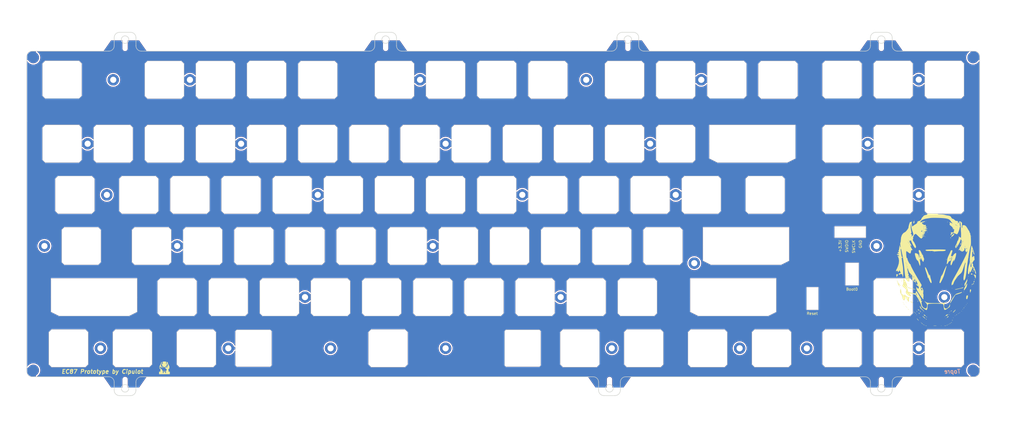
<source format=kicad_pcb>
(kicad_pcb (version 20221018) (generator pcbnew)
  (title_block (title "EC87") (date "2022-03-30") (rev "1") (company "Cipulot's PCB Design") (comment 2 "Cipulot"))
  (layers (0 "F.Cu" signal) (31 "B.Cu" signal) (34 "B.Paste" user) (35 "F.Paste" user) (36 "B.SilkS" user "B.Silkscreen") (37 "F.SilkS" user "F.Silkscreen") (38 "B.Mask" user) (39 "F.Mask" user) (44 "Edge.Cuts" user))
  (net 0 "")
  (net 1 "GND")
  (footprint "cipulot_parts:plate_cut_ecs_pad" (layer "F.Cu") (at 267.84 110.81 180)
    (fp_text reference "SW30")
    (fp_text value "EC_SW" hide)
    (fp_line (start -7.3 -6) (end -7.3 6) (stroke (width 0.12)) (layer "Edge.Cuts"))
    (fp_line (start -7.3 6) (end -6.3 7) (stroke (width 0.12)) (layer "Edge.Cuts"))
    (fp_line (start -6.3 -7) (end -7.3 -6) (stroke (width 0.12)) (layer "Edge.Cuts"))
    (fp_line (start -6.3 7) (end 6.3 7) (stroke (width 0.12)) (layer "Edge.Cuts"))
    (fp_line (start 6.3 -7) (end -6.3 -7) (stroke (width 0.12)) (layer "Edge.Cuts"))
    (fp_line (start 6.3 -7) (end 7.3 -6) (stroke (width 0.12)) (layer "Edge.Cuts"))
    (fp_line (start 6.3 7) (end 7.3 6) (stroke (width 0.12)) (layer "Edge.Cuts"))
    (fp_line (start 7.3 6) (end 7.3 -6) (stroke (width 0.12)) (layer "Edge.Cuts"))
  )
  (footprint "cipulot_parts:plate_cut_ecs_pad" (layer "F.Cu") (at 258.34 129.81)
    (fp_text reference "SW46")
    (fp_text value "EC_SW" hide)
    (fp_line (start -7.3 -6) (end -7.3 6) (stroke (width 0.12)) (layer "Edge.Cuts"))
    (fp_line (start -7.3 6) (end -6.3 7) (stroke (width 0.12)) (layer "Edge.Cuts"))
    (fp_line (start -6.3 -7) (end -7.3 -6) (stroke (width 0.12)) (layer "Edge.Cuts"))
    (fp_line (start -6.3 7) (end 6.3 7) (stroke (width 0.12)) (layer "Edge.Cuts"))
    (fp_line (start 6.3 -7) (end -6.3 -7) (stroke (width 0.12)) (layer "Edge.Cuts"))
    (fp_line (start 6.3 -7) (end 7.3 -6) (stroke (width 0.12)) (layer "Edge.Cuts"))
    (fp_line (start 6.3 7) (end 7.3 6) (stroke (width 0.12)) (layer "Edge.Cuts"))
    (fp_line (start 7.3 6) (end 7.3 -6) (stroke (width 0.12)) (layer "Edge.Cuts"))
  )
  (footprint "cipulot_parts:plate_cut_ecs_pad" (layer "F.Cu") (at 96.84 110.81 180)
    (fp_text reference "SW21")
    (fp_text value "EC_SW" hide)
    (fp_line (start -7.3 -6) (end -7.3 6) (stroke (width 0.12)) (layer "Edge.Cuts"))
    (fp_line (start -7.3 6) (end -6.3 7) (stroke (width 0.12)) (layer "Edge.Cuts"))
    (fp_line (start -6.3 -7) (end -7.3 -6) (stroke (width 0.12)) (layer "Edge.Cuts"))
    (fp_line (start -6.3 7) (end 6.3 7) (stroke (width 0.12)) (layer "Edge.Cuts"))
    (fp_line (start 6.3 -7) (end -6.3 -7) (stroke (width 0.12)) (layer "Edge.Cuts"))
    (fp_line (start 6.3 -7) (end 7.3 -6) (stroke (width 0.12)) (layer "Edge.Cuts"))
    (fp_line (start 6.3 7) (end 7.3 6) (stroke (width 0.12)) (layer "Edge.Cuts"))
    (fp_line (start 7.3 6) (end 7.3 -6) (stroke (width 0.12)) (layer "Edge.Cuts"))
  )
  (footprint "" (layer "F.Cu") (at 342.46 148.8175)
    (fp_text reference "" (at 0 0) (layer "F.SilkS") (effects (font (size 1.27 1.27))))
    (fp_text value "" (at 0 0) (layer "F.SilkS") (effects (font (size 1.27 1.27))))
    (pad "" thru_hole circle (at 0 0) (size 4.2 4.2) (drill 2.3) (layers "*.Cu" "*.Mask") (net 1 "GND"))
  )
  (footprint "cipulot_parts:plate_cut_ecs_pad" (layer "F.Cu") (at 267.84 87.06)
    (fp_text reference "SW12")
    (fp_text value "EC_SW" hide)
    (fp_line (start -7.3 -6) (end -7.3 6) (stroke (width 0.12)) (layer "Edge.Cuts"))
    (fp_line (start -7.3 6) (end -6.3 7) (stroke (width 0.12)) (layer "Edge.Cuts"))
    (fp_line (start -6.3 -7) (end -7.3 -6) (stroke (width 0.12)) (layer "Edge.Cuts"))
    (fp_line (start -6.3 7) (end 6.3 7) (stroke (width 0.12)) (layer "Edge.Cuts"))
    (fp_line (start 6.3 -7) (end -6.3 -7) (stroke (width 0.12)) (layer "Edge.Cuts"))
    (fp_line (start 6.3 -7) (end 7.3 -6) (stroke (width 0.12)) (layer "Edge.Cuts"))
    (fp_line (start 6.3 7) (end 7.3 6) (stroke (width 0.12)) (layer "Edge.Cuts"))
    (fp_line (start 7.3 6) (end 7.3 -6) (stroke (width 0.12)) (layer "Edge.Cuts"))
  )
  (footprint "" (layer "F.Cu") (at 258.34 110.81)
    (fp_text reference "" (at 0 0) (layer "F.SilkS") (effects (font (size 1.27 1.27))))
    (fp_text value "" (at 0 0) (layer "F.SilkS") (effects (font (size 1.27 1.27))))
    (pad "" thru_hole circle (at 0 0) (size 4.2 4.2) (drill 2.3) (layers "*.Cu" "*.Mask") (net 1 "GND"))
  )
  (footprint "cipulot_parts:plate_cut_ecs_pad" (layer "F.Cu") (at 158.59 167.81)
    (fp_text reference "SW70")
    (fp_text value "EC_SW" hide)
    (fp_line (start -7.3 -6) (end -7.3 6) (stroke (width 0.12)) (layer "Edge.Cuts"))
    (fp_line (start -7.3 6) (end -6.3 7) (stroke (width 0.12)) (layer "Edge.Cuts"))
    (fp_line (start -6.3 -7) (end -7.3 -6) (stroke (width 0.12)) (layer "Edge.Cuts"))
    (fp_line (start -6.3 7) (end 6.3 7) (stroke (width 0.12)) (layer "Edge.Cuts"))
    (fp_line (start 6.3 -7) (end -6.3 -7) (stroke (width 0.12)) (layer "Edge.Cuts"))
    (fp_line (start 6.3 -7) (end 7.3 -6) (stroke (width 0.12)) (layer "Edge.Cuts"))
    (fp_line (start 6.3 7) (end 7.3 6) (stroke (width 0.12)) (layer "Edge.Cuts"))
    (fp_line (start 7.3 6) (end 7.3 -6) (stroke (width 0.12)) (layer "Edge.Cuts"))
  )
  (footprint "cipulot_parts:plate_cut_ecs_pad" (layer "F.Cu") (at 191.84 110.81 180)
    (fp_text reference "SW26")
    (fp_text value "EC_SW" hide)
    (fp_line (start -7.3 -6) (end -7.3 6) (stroke (width 0.12)) (layer "Edge.Cuts"))
    (fp_line (start -7.3 6) (end -6.3 7) (stroke (width 0.12)) (layer "Edge.Cuts"))
    (fp_line (start -6.3 -7) (end -7.3 -6) (stroke (width 0.12)) (layer "Edge.Cuts"))
    (fp_line (start -6.3 7) (end 6.3 7) (stroke (width 0.12)) (layer "Edge.Cuts"))
    (fp_line (start 6.3 -7) (end -6.3 -7) (stroke (width 0.12)) (layer "Edge.Cuts"))
    (fp_line (start 6.3 -7) (end 7.3 -6) (stroke (width 0.12)) (layer "Edge.Cuts"))
    (fp_line (start 6.3 7) (end 7.3 6) (stroke (width 0.12)) (layer "Edge.Cuts"))
    (fp_line (start 7.3 6) (end 7.3 -6) (stroke (width 0.12)) (layer "Edge.Cuts"))
  )
  (footprint "cipulot_parts:plate_cut_ecs_pad" (layer "F.Cu") (at 255.965 186.81 180)
    (fp_text reference "SW83")
    (fp_text value "EC_SW" hide)
    (fp_line (start -7.3 -6) (end -7.3 6) (stroke (width 0.12)) (layer "Edge.Cuts"))
    (fp_line (start -7.3 6) (end -6.3 7) (stroke (width 0.12)) (layer "Edge.Cuts"))
    (fp_line (start -6.3 -7) (end -7.3 -6) (stroke (width 0.12)) (layer "Edge.Cuts"))
    (fp_line (start -6.3 7) (end 6.3 7) (stroke (width 0.12)) (layer "Edge.Cuts"))
    (fp_line (start 6.3 -7) (end -6.3 -7) (stroke (width 0.12)) (layer "Edge.Cuts"))
    (fp_line (start 6.3 -7) (end 7.3 -6) (stroke (width 0.12)) (layer "Edge.Cuts"))
    (fp_line (start 6.3 7) (end 7.3 6) (stroke (width 0.12)) (layer "Edge.Cuts"))
    (fp_line (start 7.3 6) (end 7.3 -6) (stroke (width 0.12)) (layer "Edge.Cuts"))
  )
  (footprint "cipulot_parts:plate_cut_ecs_pad" (layer "F.Cu") (at 163.34 87.06)
    (fp_text reference "SW7")
    (fp_text value "EC_SW" hide)
    (fp_line (start -7.3 -6) (end -7.3 6) (stroke (width 0.12)) (layer "Edge.Cuts"))
    (fp_line (start -7.3 6) (end -6.3 7) (stroke (width 0.12)) (layer "Edge.Cuts"))
    (fp_line (start -6.3 -7) (end -7.3 -6) (stroke (width 0.12)) (layer "Edge.Cuts"))
    (fp_line (start -6.3 7) (end 6.3 7) (stroke (width 0.12)) (layer "Edge.Cuts"))
    (fp_line (start 6.3 -7) (end -6.3 -7) (stroke (width 0.12)) (layer "Edge.Cuts"))
    (fp_line (start 6.3 -7) (end 7.3 -6) (stroke (width 0.12)) (layer "Edge.Cuts"))
    (fp_line (start 6.3 7) (end 7.3 6) (stroke (width 0.12)) (layer "Edge.Cuts"))
    (fp_line (start 7.3 6) (end 7.3 -6) (stroke (width 0.12)) (layer "Edge.Cuts"))
  )
  (footprint "cipulot_parts:plate_cut_ecs_pad" (layer "F.Cu") (at 82.59 167.81)
    (fp_text reference "SW66")
    (fp_text value "EC_SW" hide)
    (fp_line (start -7.3 -6) (end -7.3 6) (stroke (width 0.12)) (layer "Edge.Cuts"))
    (fp_line (start -7.3 6) (end -6.3 7) (stroke (width 0.12)) (layer "Edge.Cuts"))
    (fp_line (start -6.3 -7) (end -7.3 -6) (stroke (width 0.12)) (layer "Edge.Cuts"))
    (fp_line (start -6.3 7) (end 6.3 7) (stroke (width 0.12)) (layer "Edge.Cuts"))
    (fp_line (start 6.3 -7) (end -6.3 -7) (stroke (width 0.12)) (layer "Edge.Cuts"))
    (fp_line (start 6.3 -7) (end 7.3 -6) (stroke (width 0.12)) (layer "Edge.Cuts"))
    (fp_line (start 6.3 7) (end 7.3 6) (stroke (width 0.12)) (layer "Edge.Cuts"))
    (fp_line (start 7.3 6) (end 7.3 -6) (stroke (width 0.12)) (layer "Edge.Cuts"))
  )
  (footprint "cipulot_parts:plate_cut_ecs_pad" (layer "F.Cu") (at 92.09 148.81)
    (fp_text reference "SW54")
    (fp_text value "EC_SW" hide)
    (fp_line (start -7.3 -6) (end -7.3 6) (stroke (width 0.12)) (layer "Edge.Cuts"))
    (fp_line (start -7.3 6) (end -6.3 7) (stroke (width 0.12)) (layer "Edge.Cuts"))
    (fp_line (start -6.3 -7) (end -7.3 -6) (stroke (width 0.12)) (layer "Edge.Cuts"))
    (fp_line (start -6.3 7) (end 6.3 7) (stroke (width 0.12)) (layer "Edge.Cuts"))
    (fp_line (start 6.3 -7) (end -6.3 -7) (stroke (width 0.12)) (layer "Edge.Cuts"))
    (fp_line (start 6.3 -7) (end 7.3 -6) (stroke (width 0.12)) (layer "Edge.Cuts"))
    (fp_line (start 6.3 7) (end 7.3 6) (stroke (width 0.12)) (layer "Edge.Cuts"))
    (fp_line (start 7.3 6) (end 7.3 -6) (stroke (width 0.12)) (layer "Edge.Cuts"))
  )
  (footprint "cipulot_parts:plate_cut_ecs_pad" (layer "F.Cu") (at 139.59 167.81)
    (fp_text reference "SW69")
    (fp_text value "EC_SW" hide)
    (fp_line (start -7.3 -6) (end -7.3 6) (stroke (width 0.12)) (layer "Edge.Cuts"))
    (fp_line (start -7.3 6) (end -6.3 7) (stroke (width 0.12)) (layer "Edge.Cuts"))
    (fp_line (start -6.3 -7) (end -7.3 -6) (stroke (width 0.12)) (layer "Edge.Cuts"))
    (fp_line (start -6.3 7) (end 6.3 7) (stroke (width 0.12)) (layer "Edge.Cuts"))
    (fp_line (start 6.3 -7) (end -6.3 -7) (stroke (width 0.12)) (layer "Edge.Cuts"))
    (fp_line (start 6.3 -7) (end 7.3 -6) (stroke (width 0.12)) (layer "Edge.Cuts"))
    (fp_line (start 6.3 7) (end 7.3 6) (stroke (width 0.12)) (layer "Edge.Cuts"))
    (fp_line (start 7.3 6) (end 7.3 -6) (stroke (width 0.12)) (layer "Edge.Cuts"))
  )
  (footprint "cipulot_parts:plate_cut_ecs_pad" (layer "F.Cu") (at 120.59 167.81)
    (fp_text reference "SW68")
    (fp_text value "EC_SW" hide)
    (fp_line (start -7.3 -6) (end -7.3 6) (stroke (width 0.12)) (layer "Edge.Cuts"))
    (fp_line (start -7.3 6) (end -6.3 7) (stroke (width 0.12)) (layer "Edge.Cuts"))
    (fp_line (start -6.3 -7) (end -7.3 -6) (stroke (width 0.12)) (layer "Edge.Cuts"))
    (fp_line (start -6.3 7) (end 6.3 7) (stroke (width 0.12)) (layer "Edge.Cuts"))
    (fp_line (start 6.3 -7) (end -6.3 -7) (stroke (width 0.12)) (layer "Edge.Cuts"))
    (fp_line (start 6.3 -7) (end 7.3 -6) (stroke (width 0.12)) (layer "Edge.Cuts"))
    (fp_line (start 6.3 7) (end 7.3 6) (stroke (width 0.12)) (layer "Edge.Cuts"))
    (fp_line (start 7.3 6) (end 7.3 -6) (stroke (width 0.12)) (layer "Edge.Cuts"))
  )
  (footprint "" (layer "F.Cu") (at 267.84 129.81)
    (fp_text reference "" (at 0 0) (layer "F.SilkS") (effects (font (size 1.27 1.27))))
    (fp_text value "" (at 0 0) (layer "F.SilkS") (effects (font (size 1.27 1.27))))
    (pad "" thru_hole circle (at 0 0) (size 4.2 4.2) (drill 2.3) (layers "*.Cu" "*.Mask") (net 1 "GND"))
  )
  (footprint "cipulot_parts:plate_cut_ecs_pad" (layer "F.Cu") (at 39.84 86.9975)
    (fp_text reference "SW2")
    (fp_text value "EC_SW" hide)
    (fp_line (start -7.3 -6) (end -7.3 6) (stroke (width 0.12)) (layer "Edge.Cuts"))
    (fp_line (start -7.3 6) (end -6.3 7) (stroke (width 0.12)) (layer "Edge.Cuts"))
    (fp_line (start -6.3 -7) (end -7.3 -6) (stroke (width 0.12)) (layer "Edge.Cuts"))
    (fp_line (start -6.3 7) (end 6.3 7) (stroke (width 0.12)) (layer "Edge.Cuts"))
    (fp_line (start 6.3 -7) (end -6.3 -7) (stroke (width 0.12)) (layer "Edge.Cuts"))
    (fp_line (start 6.3 -7) (end 7.3 -6) (stroke (width 0.12)) (layer "Edge.Cuts"))
    (fp_line (start 6.3 7) (end 7.3 6) (stroke (width 0.12)) (layer "Edge.Cuts"))
    (fp_line (start 7.3 6) (end 7.3 -6) (stroke (width 0.12)) (layer "Edge.Cuts"))
  )
  (footprint "cipulot_parts:plate_cut_wide_ecs_pad" (layer "F.Cu") (at 51.715 167.81)
    (fp_text reference "SW65")
    (fp_text value "EC_SW" hide)
    (fp_line (start -16 -7) (end 16 -7) (stroke (width 0.12)) (layer "Edge.Cuts"))
    (fp_line (start -16 0) (end -16 -7) (stroke (width 0.12)) (layer "Edge.Cuts"))
    (fp_line (start -16 0) (end -16 5.5) (stroke (width 0.12)) (layer "Edge.Cuts"))
    (fp_line (start -16 5.5) (end -13 7) (stroke (width 0.12)) (layer "Edge.Cuts"))
    (fp_line (start 13 7) (end -13 7) (stroke (width 0.12)) (layer "Edge.Cuts"))
    (fp_line (start 16 -7) (end 16 0) (stroke (width 0.12)) (layer "Edge.Cuts"))
    (fp_line (start 16 0) (end 16 5.5) (stroke (width 0.12)) (layer "Edge.Cuts"))
    (fp_line (start 16 5.5) (end 13 7) (stroke (width 0.12)) (layer "Edge.Cuts"))
  )
  (footprint "cipulot_parts:plate_cut_ecs_pad" (layer "F.Cu") (at 301.09 129.81 180)
    (fp_text reference "SW48")
    (fp_text value "EC_SW" hide)
    (fp_line (start -7.3 -6) (end -7.3 6) (stroke (width 0.12)) (layer "Edge.Cuts"))
    (fp_line (start -7.3 6) (end -6.3 7) (stroke (width 0.12)) (layer "Edge.Cuts"))
    (fp_line (start -6.3 -7) (end -7.3 -6) (stroke (width 0.12)) (layer "Edge.Cuts"))
    (fp_line (start -6.3 7) (end 6.3 7) (stroke (width 0.12)) (layer "Edge.Cuts"))
    (fp_line (start 6.3 -7) (end -6.3 -7) (stroke (width 0.12)) (layer "Edge.Cuts"))
    (fp_line (start 6.3 -7) (end 7.3 -6) (stroke (width 0.12)) (layer "Edge.Cuts"))
    (fp_line (start 6.3 7) (end 7.3 6) (stroke (width 0.12)) (layer "Edge.Cuts"))
    (fp_line (start 7.3 6) (end 7.3 -6) (stroke (width 0.12)) (layer "Edge.Cuts"))
  )
  (footprint "kbd:M2_Hole_TH" (layer "F.Cu") (at 54.09 186.81)
    (fp_text reference "" (at 0 -3.2) (layer "F.SilkS"))
    (fp_text value "")
    (pad "" thru_hole circle (at 0 0) (size 4.2 4.2) (drill 2.3) (layers "*.Cu" "*.Mask") (net 1 "GND"))
  )
  (footprint "cipulot_parts:plate_cut_ecs_pad" (layer "F.Cu") (at 348.6525 186.81 180)
    (fp_text reference "SW87")
    (fp_text value "EC_SW" hide)
    (fp_line (start -7.3 -6) (end -7.3 6) (stroke (width 0.12)) (layer "Edge.Cuts"))
    (fp_line (start -7.3 6) (end -6.3 7) (stroke (width 0.12)) (layer "Edge.Cuts"))
    (fp_line (start -6.3 -7) (end -7.3 -6) (stroke (width 0.12)) (layer "Edge.Cuts"))
    (fp_line (start -6.3 7) (end 6.3 7) (stroke (width 0.12)) (layer "Edge.Cuts"))
    (fp_line (start 6.3 -7) (end -6.3 -7) (stroke (width 0.12)) (layer "Edge.Cuts"))
    (fp_line (start 6.3 -7) (end 7.3 -6) (stroke (width 0.12)) (layer "Edge.Cuts"))
    (fp_line (start 6.3 7) (end 7.3 6) (stroke (width 0.12)) (layer "Edge.Cuts"))
    (fp_line (start 7.3 6) (end 7.3 -6) (stroke (width 0.12)) (layer "Edge.Cuts"))
  )
  (footprint "kbd:M2_Hole_TH" (layer "F.Cu") (at 49.34 110.81)
    (fp_text reference "" (at 0 -3.2) (layer "F.SilkS"))
    (fp_text value "")
    (pad "" thru_hole circle (at 0 0) (size 4.2 4.2) (drill 2.3) (layers "*.Cu" "*.Mask") (net 1 "GND"))
  )
  (footprint "" (layer "F.Cu") (at 177.59 148.81)
    (fp_text reference "" (at 0 0) (layer "F.SilkS") (effects (font (size 1.27 1.27))))
    (fp_text value "" (at 0 0) (layer "F.SilkS") (effects (font (size 1.27 1.27))))
    (pad "" thru_hole circle (at 0 0) (size 4.2 4.2) (drill 2.3) (layers "*.Cu" "*.Mask") (net 1 "GND"))
  )
  (footprint "cipulot_parts:plate_cut_ecs_pad" (layer "F.Cu") (at 348.6525 86.9975)
    (fp_text reference "SW16")
    (fp_text value "EC_SW" hide)
    (fp_line (start -7.3 -6) (end -7.3 6) (stroke (width 0.12)) (layer "Edge.Cuts"))
    (fp_line (start -7.3 6) (end -6.3 7) (stroke (width 0.12)) (layer "Edge.Cuts"))
    (fp_line (start -6.3 -7) (end -7.3 -6) (stroke (width 0.12)) (layer "Edge.Cuts"))
    (fp_line (start -6.3 7) (end 6.3 7) (stroke (width 0.12)) (layer "Edge.Cuts"))
    (fp_line (start 6.3 -7) (end -6.3 -7) (stroke (width 0.12)) (layer "Edge.Cuts"))
    (fp_line (start 6.3 -7) (end 7.3 -6) (stroke (width 0.12)) (layer "Edge.Cuts"))
    (fp_line (start 6.3 7) (end 7.3 6) (stroke (width 0.12)) (layer "Edge.Cuts"))
    (fp_line (start 7.3 6) (end 7.3 -6) (stroke (width 0.12)) (layer "Edge.Cuts"))
  )
  (footprint "cipulot_parts:plate_cut_ecs_pad" (layer "F.Cu") (at 248.84 110.81 180)
    (fp_text reference "SW29")
    (fp_text value "EC_SW" hide)
    (fp_line (start -7.3 -6) (end -7.3 6) (stroke (width 0.12)) (layer "Edge.Cuts"))
    (fp_line (start -7.3 6) (end -6.3 7) (stroke (width 0.12)) (layer "Edge.Cuts"))
    (fp_line (start -6.3 -7) (end -7.3 -6) (stroke (width 0.12)) (layer "Edge.Cuts"))
    (fp_line (start -6.3 7) (end 6.3 7) (stroke (width 0.12)) (layer "Edge.Cuts"))
    (fp_line (start 6.3 -7) (end -6.3 -7) (stroke (width 0.12)) (layer "Edge.Cuts"))
    (fp_line (start 6.3 -7) (end 7.3 -6) (stroke (width 0.12)) (layer "Edge.Cuts"))
    (fp_line (start 6.3 7) (end 7.3 6) (stroke (width 0.12)) (layer "Edge.Cuts"))
    (fp_line (start 7.3 6) (end 7.3 -6) (stroke (width 0.12)) (layer "Edge.Cuts"))
  )
  (footprint "cipulot_parts:plate_cut_ecs_pad" (layer "F.Cu") (at 248.84 87.06)
    (fp_text reference "SW11")
    (fp_text value "EC_SW" hide)
    (fp_line (start -7.3 -6) (end -7.3 6) (stroke (width 0.12)) (layer "Edge.Cuts"))
    (fp_line (start -7.3 6) (end -6.3 7) (stroke (width 0.12)) (layer "Edge.Cuts"))
    (fp_line (start -6.3 -7) (end -7.3 -6) (stroke (width 0.12)) (layer "Edge.Cuts"))
    (fp_line (start -6.3 7) (end 6.3 7) (stroke (width 0.12)) (layer "Edge.Cuts"))
    (fp_line (start 6.3 -7) (end -6.3 -7) (stroke (width 0.12)) (layer "Edge.Cuts"))
    (fp_line (start 6.3 -7) (end 7.3 -6) (stroke (width 0.12)) (layer "Edge.Cuts"))
    (fp_line (start 6.3 7) (end 7.3 6) (stroke (width 0.12)) (layer "Edge.Cuts"))
    (fp_line (start 7.3 6) (end 7.3 -6) (stroke (width 0.12)) (layer "Edge.Cuts"))
  )
  (footprint "cipulot_parts:plate_cut_ecs_pad" (layer "F.Cu") (at 168.09 148.81)
    (fp_text reference "SW58")
    (fp_text value "EC_SW" hide)
    (fp_line (start -7.3 -6) (end -7.3 6) (stroke (width 0.12)) (layer "Edge.Cuts"))
    (fp_line (start -7.3 6) (end -6.3 7) (stroke (width 0.12)) (layer "Edge.Cuts"))
    (fp_line (start -6.3 -7) (end -7.3 -6) (stroke (width 0.12)) (layer "Edge.Cuts"))
    (fp_line (start -6.3 7) (end 6.3 7) (stroke (width 0.12)) (layer "Edge.Cuts"))
    (fp_line (start 6.3 -7) (end -6.3 -7) (stroke (width 0.12)) (layer "Edge.Cuts"))
    (fp_line (start 6.3 -7) (end 7.3 -6) (stroke (width 0.12)) (layer "Edge.Cuts"))
    (fp_line (start 6.3 7) (end 7.3 6) (stroke (width 0.12)) (layer "Edge.Cuts"))
    (fp_line (start 7.3 6) (end 7.3 -6) (stroke (width 0.12)) (layer "Edge.Cuts"))
  )
  (footprint "cipulot_parts:plate_cut_ecs_pad" (layer "F.Cu") (at 305.84 87.06)
    (fp_text reference "SW14")
    (fp_text value "EC_SW" hide)
    (fp_line (start -7.3 -6) (end -7.3 6) (stroke (width 0.12)) (layer "Edge.Cuts"))
    (fp_line (start -7.3 6) (end -6.3 7) (stroke (width 0.12)) (layer "Edge.Cuts"))
    (fp_line (start -6.3 -7) (end -7.3 -6) (stroke (width 0.12)) (layer "Edge.Cuts"))
    (fp_line (start -6.3 7) (end 6.3 7) (stroke (width 0.12)) (layer "Edge.Cuts"))
    (fp_line (start 6.3 -7) (end -6.3 -7) (stroke (width 0.12)) (layer "Edge.Cuts"))
    (fp_line (start 6.3 -7) (end 7.3 -6) (stroke (width 0.12)) (layer "Edge.Cuts"))
    (fp_line (start 6.3 7) (end 7.3 6) (stroke (width 0.12)) (layer "Edge.Cuts"))
    (fp_line (start 7.3 6) (end 7.3 -6) (stroke (width 0.12)) (layer "Edge.Cuts"))
  )
  (footprint "cipulot_parts:plate_cut_ecs_pad" (layer "F.Cu") (at 244.09 148.81)
    (fp_text reference "SW62")
    (fp_text value "EC_SW" hide)
    (fp_line (start -7.3 -6) (end -7.3 6) (stroke (width 0.12)) (layer "Edge.Cuts"))
    (fp_line (start -7.3 6) (end -6.3 7) (stroke (width 0.12)) (layer "Edge.Cuts"))
    (fp_line (start -6.3 -7) (end -7.3 -6) (stroke (width 0.12)) (layer "Edge.Cuts"))
    (fp_line (start -6.3 7) (end 6.3 7) (stroke (width 0.12)) (layer "Edge.Cuts"))
    (fp_line (start 6.3 -7) (end -6.3 -7) (stroke (width 0.12)) (layer "Edge.Cuts"))
    (fp_line (start 6.3 -7) (end 7.3 -6) (stroke (width 0.12)) (layer "Edge.Cuts"))
    (fp_line (start 6.3 7) (end 7.3 6) (stroke (width 0.12)) (layer "Edge.Cuts"))
    (fp_line (start 7.3 6) (end 7.3 -6) (stroke (width 0.12)) (layer "Edge.Cuts"))
  )
  (footprint "cipulot_parts:plate_cut_ecs_pad" (layer "F.Cu") (at 263.09 148.81)
    (fp_text reference "SW63")
    (fp_text value "EC_SW" hide)
    (fp_line (start -7.3 -6) (end -7.3 6) (stroke (width 0.12)) (layer "Edge.Cuts"))
    (fp_line (start -7.3 6) (end -6.3 7) (stroke (width 0.12)) (layer "Edge.Cuts"))
    (fp_line (start -6.3 -7) (end -7.3 -6) (stroke (width 0.12)) (layer "Edge.Cuts"))
    (fp_line (start -6.3 7) (end 6.3 7) (stroke (width 0.12)) (layer "Edge.Cuts"))
    (fp_line (start 6.3 -7) (end -6.3 -7) (stroke (width 0.12)) (layer "Edge.Cuts"))
    (fp_line (start 6.3 -7) (end 7.3 -6) (stroke (width 0.12)) (layer "Edge.Cuts"))
    (fp_line (start 6.3 7) (end 7.3 6) (stroke (width 0.12)) (layer "Edge.Cuts"))
    (fp_line (start 7.3 6) (end 7.3 -6) (stroke (width 0.12)) (layer "Edge.Cuts"))
  )
  (footprint "cipulot_parts:plate_cut_ecs_pad" (layer "F.Cu") (at 115.84 110.81 180)
    (fp_text reference "SW22")
    (fp_text value "EC_SW" hide)
    (fp_line (start -7.3 -6) (end -7.3 6) (stroke (width 0.12)) (layer "Edge.Cuts"))
    (fp_line (start -7.3 6) (end -6.3 7) (stroke (width 0.12)) (layer "Edge.Cuts"))
    (fp_line (start -6.3 -7) (end -7.3 -6) (stroke (width 0.12)) (layer "Edge.Cuts"))
    (fp_line (start -6.3 7) (end 6.3 7) (stroke (width 0.12)) (layer "Edge.Cuts"))
    (fp_line (start 6.3 -7) (end -6.3 -7) (stroke (width 0.12)) (layer "Edge.Cuts"))
    (fp_line (start 6.3 -7) (end 7.3 -6) (stroke (width 0.12)) (layer "Edge.Cuts"))
    (fp_line (start 6.3 7) (end 7.3 6) (stroke (width 0.12)) (layer "Edge.Cuts"))
    (fp_line (start 7.3 6) (end 7.3 -6) (stroke (width 0.12)) (layer "Edge.Cuts"))
  )
  (footprint "cipulot_parts:plate_cut_ecs_pad" (layer "F.Cu") (at 229.84 110.81 180)
    (fp_text reference "SW28")
    (fp_text value "EC_SW" hide)
    (fp_line (start -7.3 -6) (end -7.3 6) (stroke (width 0.12)) (layer "Edge.Cuts"))
    (fp_line (start -7.3 6) (end -6.3 7) (stroke (width 0.12)) (layer "Edge.Cuts"))
    (fp_line (start -6.3 -7) (end -7.3 -6) (stroke (width 0.12)) (layer "Edge.Cuts"))
    (fp_line (start -6.3 7) (end 6.3 7) (stroke (width 0.12)) (layer "Edge.Cuts"))
    (fp_line (start 6.3 -7) (end -6.3 -7) (stroke (width 0.12)) (layer "Edge.Cuts"))
    (fp_line (start 6.3 -7) (end 7.3 -6) (stroke (width 0.12)) (layer "Edge.Cuts"))
    (fp_line (start 6.3 7) (end 7.3 6) (stroke (width 0.12)) (layer "Edge.Cuts"))
    (fp_line (start 7.3 6) (end 7.3 -6) (stroke (width 0.12)) (layer "Edge.Cuts"))
  )
  (footprint "" (layer "F.Cu") (at 277.34 87.06)
    (fp_text reference "" (at 0 0) (layer "F.SilkS") (effects (font (size 1.27 1.27))))
    (fp_text value "" (at 0 0) (layer "F.SilkS") (effects (font (size 1.27 1.27))))
    (pad "" thru_hole circle (at 0 0) (size 4.2 4.2) (drill 2.3) (layers "*.Cu" "*.Mask") (net 1 "GND"))
  )
  (footprint "cipulot_parts:plate_cut_ecs_pad" (layer "F.Cu") (at 220.34 129.81)
    (fp_text reference "SW44")
    (fp_text value "EC_SW" hide)
    (fp_line (start -7.3 -6) (end -7.3 6) (stroke (width 0.12)) (layer "Edge.Cuts"))
    (fp_line (start -7.3 6) (end -6.3 7) (stroke (width 0.12)) (layer "Edge.Cuts"))
    (fp_line (start -6.3 -7) (end -7.3 -6) (stroke (width 0.12)) (layer "Edge.Cuts"))
    (fp_line (start -6.3 7) (end 6.3 7) (stroke (width 0.12)) (layer "Edge.Cuts"))
    (fp_line (start 6.3 -7) (end -6.3 -7) (stroke (width 0.12)) (layer "Edge.Cuts"))
    (fp_line (start 6.3 -7) (end 7.3 -6) (stroke (width 0.12)) (layer "Edge.Cuts"))
    (fp_line (start 6.3 7) (end 7.3 6) (stroke (width 0.12)) (layer "Edge.Cuts"))
    (fp_line (start 7.3 6) (end 7.3 -6) (stroke (width 0.12)) (layer "Edge.Cuts"))
  )
  (footprint "kbd:M2_Hole_TH" (layer "F.Cu") (at 101.59 186.81)
    (fp_text reference "" (at 0 -3.2) (layer "F.SilkS"))
    (fp_text value "")
    (pad "" thru_hole circle (at 0 0) (size 4.2 4.2) (drill 2.3) (layers "*.Cu" "*.Mask") (net 1 "GND"))
  )
  (footprint "cipulot_parts:plate_cut_ecs_pad" (layer "F.Cu") (at 210.84 110.81 180)
    (fp_text reference "SW27")
    (fp_text value "EC_SW" hide)
    (fp_line (start -7.3 -6) (end -7.3 6) (stroke (width 0.12)) (layer "Edge.Cuts"))
    (fp_line (start -7.3 6) (end -6.3 7) (stroke (width 0.12)) (layer "Edge.Cuts"))
    (fp_line (start -6.3 -7) (end -7.3 -6) (stroke (width 0.12)) (layer "Edge.Cuts"))
    (fp_line (start -6.3 7) (end 6.3 7) (stroke (width 0.12)) (layer "Edge.Cuts"))
    (fp_line (start 6.3 -7) (end -6.3 -7) (stroke (width 0.12)) (layer "Edge.Cuts"))
    (fp_line (start 6.3 -7) (end 7.3 -6) (stroke (width 0.12)) (layer "Edge.Cuts"))
    (fp_line (start 6.3 7) (end 7.3 6) (stroke (width 0.12)) (layer "Edge.Cuts"))
    (fp_line (start 7.3 6) (end 7.3 -6) (stroke (width 0.12)) (layer "Edge.Cuts"))
  )
  (footprint "cipulot_parts:plate_cut_space_stab_ecs_pad" (layer "F.Cu") (at 160.965 186.81)
    (fp_text reference "REF**")
    (fp_text value "Value " hide)
    (fp_line (start -56.7375 -6.3635) (end -56.7375 6.3635) (stroke (width 0.12)) (layer "Edge.Cuts"))
    (fp_line (start -56.7375 6.3635) (end -56.2305 6.8705) (stroke (width 0.12)) (layer "Edge.Cuts"))
    (fp_line (start -56.2305 -6.8705) (end -56.7375 -6.3635) (stroke (width 0.12)) (layer "Edge.Cuts"))
    (fp_line (start -56.2305 6.8705) (end -43.7825 6.8705) (stroke (width 0.12)) (layer "Edge.Cuts"))
    (fp_line (start -43.7825 -6.8705) (end -56.2305 -6.8705) (stroke (width 0.12)) (layer "Edge.Cuts"))
    (fp_line (start -43.7825 6.8705) (end -43.2755 6.3635) (stroke (width 0.12)) (layer "Edge.Cuts"))
    (fp_line (start -43.2755 -6.3635) (end -43.7825 -6.8705) (stroke (width 0.12)) (layer "Edge.Cuts"))
    (fp_line (start -43.2755 6.3635) (end -43.2755 -6.3635) (stroke (width 0.12)) (layer "Edge.Cuts"))
    (fp_line (start 43.2755 -6.3635) (end 43.2755 6.3635) (stroke (width 0.12)) (layer "Edge.Cuts"))
    (fp_line (start 43.2755 -6.3635) (end 43.7755 -6.8705) (stroke (width 0.12)) (layer "Edge.Cuts"))
    (fp_line (start 43.2755 6.3635) (end 43.7825 6.8705) (stroke (width 0.12)) (layer "Edge.Cuts"))
    (fp_line (start 43.7755 -6.8705) (end 56.2375 -6.8705) (stroke (width 0.12)) (layer "Edge.Cuts"))
    (fp_line (start 43.7825 6.8705) (end 56.2305 6.8705) (stroke (width 0.12)) (layer "Edge.Cuts"))
    (fp_line (start 56.2305 6.8705) (end 56.7375 6.3635) (stroke (width 0.12)) (layer "Edge.Cuts"))
    (fp_line (start 56.2375 -6.8705) (end 56.7375 -6.3635) (stroke (width 0.12)) (layer "Edge.Cuts"))
    (fp_line (start 56.7375 6.3635) (end 56.7375 -6.3635) (stroke (width 0.12)) (layer "Edge.Cuts"))
  )
  (footprint "kbd:M2_Hole_TH" (layer "F.Cu") (at 182.34 186.81)
    (fp_text reference "" (at 0 -3.2) (layer "F.SilkS"))
    (fp_text value "")
    (pad "" thru_hole circle (at 0 0) (size 4.2 4.2) (drill 2.3) (layers "*.Cu" "*.Mask") (net 1 "GND"))
  )
  (footprint "cipulot_parts:plate_cut_ecs_pad" (layer "F.Cu") (at 277.34 129.81)
    (fp_text reference "SW47")
    (fp_text value "EC_SW" hide)
    (fp_line (start -7.3 -6) (end -7.3 6) (stroke (width 0.12)) (layer "Edge.Cuts"))
    (fp_line (start -7.3 6) (end -6.3 7) (stroke (width 0.12)) (layer "Edge.Cuts"))
    (fp_line (start -6.3 -7) (end -7.3 -6) (stroke (width 0.12)) (layer "Edge.Cuts"))
    (fp_line (start -6.3 7) (end 6.3 7) (stroke (width 0.12)) (layer "Edge.Cuts"))
    (fp_line (start 6.3 -7) (end -6.3 -7) (stroke (width 0.12)) (layer "Edge.Cuts"))
    (fp_line (start 6.3 -7) (end 7.3 -6) (stroke (width 0.12)) (layer "Edge.Cuts"))
    (fp_line (start 6.3 7) (end 7.3 6) (stroke (width 0.12)) (layer "Edge.Cuts"))
    (fp_line (start 7.3 6) (end 7.3 -6) (stroke (width 0.12)) (layer "Edge.Cuts"))
  )
  (footprint "cipulot_parts:plate_cut_ecs_pad" (layer "F.Cu") (at 234.59 167.81)
    (fp_text reference "SW74")
    (fp_text value "EC_SW" hide)
    (fp_line (start -7.3 -6) (end -7.3 6) (stroke (width 0.12)) (layer "Edge.Cuts"))
    (fp_line (start -7.3 6) (end -6.3 7) (stroke (width 0.12)) (layer "Edge.Cuts"))
    (fp_line (start -6.3 -7) (end -7.3 -6) (stroke (width 0.12)) (layer "Edge.Cuts"))
    (fp_line (start -6.3 7) (end 6.3 7) (stroke (width 0.12)) (layer "Edge.Cuts"))
    (fp_line (start 6.3 -7) (end -6.3 -7) (stroke (width 0.12)) (layer "Edge.Cuts"))
    (fp_line (start 6.3 -7) (end 7.3 -6) (stroke (width 0.12)) (layer "Edge.Cuts"))
    (fp_line (start 6.3 7) (end 7.3 6) (stroke (width 0.12)) (layer "Edge.Cuts"))
    (fp_line (start 7.3 6) (end 7.3 -6) (stroke (width 0.12)) (layer "Edge.Cuts"))
  )
  (footprint "cipulot_parts:plate_cut_wide_ecs_pad" (layer "F.Cu") (at 289.215 167.81)
    (fp_text reference "SW76")
    (fp_text value "EC_SW" hide)
    (fp_line (start -16 -7) (end 16 -7) (stroke (width 0.12)) (layer "Edge.Cuts"))
    (fp_line (start -16 0) (end -16 -7) (stroke (width 0.12)) (layer "Edge.Cuts"))
    (fp_line (start -16 0) (end -16 5.5) (stroke (width 0.12)) (layer "Edge.Cuts"))
    (fp_line (start -16 5.5) (end -13 7) (stroke (width 0.12)) (layer "Edge.Cuts"))
    (fp_line (start 13 7) (end -13 7) (stroke (width 0.12)) (layer "Edge.Cuts"))
    (fp_line (start 16 -7) (end 16 0) (stroke (width 0.12)) (layer "Edge.Cuts"))
    (fp_line (start 16 0) (end 16 5.5) (stroke (width 0.12)) (layer "Edge.Cuts"))
    (fp_line (start 16 5.5) (end 13 7) (stroke (width 0.12)) (layer "Edge.Cuts"))
  )
  (footprint "cipulot_parts:plate_cut_ecs_pad" (layer "F.Cu") (at 187.09 148.81)
    (fp_text reference "SW59")
    (fp_text value "EC_SW" hide)
    (fp_line (start -7.3 -6) (end -7.3 6) (stroke (width 0.12)) (layer "Edge.Cuts"))
    (fp_line (start -7.3 6) (end -6.3 7) (stroke (width 0.12)) (layer "Edge.Cuts"))
    (fp_line (start -6.3 -7) (end -7.3 -6) (stroke (width 0.12)) (layer "Edge.Cuts"))
    (fp_line (start -6.3 7) (end 6.3 7) (stroke (width 0.12)) (layer "Edge.Cuts"))
    (fp_line (start 6.3 -7) (end -6.3 -7) (stroke (width 0.12)) (layer "Edge.Cuts"))
    (fp_line (start 6.3 -7) (end 7.3 -6) (stroke (width 0.12)) (layer "Edge.Cuts"))
    (fp_line (start 6.3 7) (end 7.3 6) (stroke (width 0.12)) (layer "Edge.Cuts"))
    (fp_line (start 7.3 6) (end 7.3 -6) (stroke (width 0.12)) (layer "Edge.Cuts"))
  )
  (footprint "cipulot_parts:plate_cut_ecs_pad" (layer "F.Cu") (at 44.59 129.81)
    (fp_text reference "SW35")
    (fp_text value "EC_SW" hide)
    (fp_line (start -7.3 -6) (end -7.3 6) (stroke (width 0.12)) (layer "Edge.Cuts"))
    (fp_line (start -7.3 6) (end -6.3 7) (stroke (width 0.12)) (layer "Edge.Cuts"))
    (fp_line (start -6.3 -7) (end -7.3 -6) (stroke (width 0.12)) (layer "Edge.Cuts"))
    (fp_line (start -6.3 7) (end 6.3 7) (stroke (width 0.12)) (layer "Edge.Cuts"))
    (fp_line (start 6.3 -7) (end -6.3 -7) (stroke (width 0.12)) (layer "Edge.Cuts"))
    (fp_line (start 6.3 -7) (end 7.3 -6) (stroke (width 0.12)) (layer "Edge.Cuts"))
    (fp_line (start 6.3 7) (end 7.3 6) (stroke (width 0.12)) (layer "Edge.Cuts"))
    (fp_line (start 7.3 6) (end 7.3 -6) (stroke (width 0.12)) (layer "Edge.Cuts"))
  )
  (footprint "cipulot_parts:plate_cut_ecs_pad" (layer "F.Cu") (at 201.34 129.81)
    (fp_text reference "SW43")
    (fp_text value "EC_SW" hide)
    (fp_line (start -7.3 -6) (end -7.3 6) (stroke (width 0.12)) (layer "Edge.Cuts"))
    (fp_line (start -7.3 6) (end -6.3 7) (stroke (width 0.12)) (layer "Edge.Cuts"))
    (fp_line (start -6.3 -7) (end -7.3 -6) (stroke (width 0.12)) (layer "Edge.Cuts"))
    (fp_line (start -6.3 7) (end 6.3 7) (stroke (width 0.12)) (layer "Edge.Cuts"))
    (fp_line (start 6.3 -7) (end -6.3 -7) (stroke (width 0.12)) (layer "Edge.Cuts"))
    (fp_line (start 6.3 -7) (end 7.3 -6) (stroke (width 0.12)) (layer "Edge.Cuts"))
    (fp_line (start 6.3 7) (end 7.3 6) (stroke (width 0.12)) (layer "Edge.Cuts"))
    (fp_line (start 7.3 6) (end 7.3 -6) (stroke (width 0.12)) (layer "Edge.Cuts"))
  )
  (footprint "cipulot_parts:plate_cut_ecs_pad" (layer "F.Cu") (at 177.59 167.81)
    (fp_text reference "SW71")
    (fp_text value "EC_SW" hide)
    (fp_line (start -7.3 -6) (end -7.3 6) (stroke (width 0.12)) (layer "Edge.Cuts"))
    (fp_line (start -7.3 6) (end -6.3 7) (stroke (width 0.12)) (layer "Edge.Cuts"))
    (fp_line (start -6.3 -7) (end -7.3 -6) (stroke (width 0.12)) (layer "Edge.Cuts"))
    (fp_line (start -6.3 7) (end 6.3 7) (stroke (width 0.12)) (layer "Edge.Cuts"))
    (fp_line (start 6.3 -7) (end -6.3 -7) (stroke (width 0.12)) (layer "Edge.Cuts"))
    (fp_line (start 6.3 -7) (end 7.3 -6) (stroke (width 0.12)) (layer "Edge.Cuts"))
    (fp_line (start 6.3 7) (end 7.3 6) (stroke (width 0.12)) (layer "Edge.Cuts"))
    (fp_line (start 7.3 6) (end 7.3 -6) (stroke (width 0.12)) (layer "Edge.Cuts"))
  )
  (footprint "" (layer "F.Cu") (at 210.84 129.81)
    (fp_text reference "" (at 0 0) (layer "F.SilkS") (effects (font (size 1.27 1.27))))
    (fp_text value "" (at 0 0) (layer "F.SilkS") (effects (font (size 1.27 1.27))))
    (pad "" thru_hole circle (at 0 0) (size 4.2 4.2) (drill 2.3) (layers "*.Cu" "*.Mask") (net 1 "GND"))
  )
  (footprint "kbd:M2_Hole_TH" (layer "F.Cu") (at 56.465 129.81)
    (fp_text reference "" (at 0 -3.2) (layer "F.SilkS"))
    (fp_text value "")
    (pad "" thru_hole circle (at 0 0) (size 4.2 4.2) (drill 2.3) (layers "*.Cu" "*.Mask") (net 1 "GND"))
  )
  (footprint "cipulot_parts:plate_cut_ecs_pad" (layer "F.Cu") (at 303.465 186.81)
    (fp_text reference "SW85")
    (fp_text value "EC_SW" hide)
    (fp_line (start -7.3 -6) (end -7.3 6) (stroke (width 0.12)) (layer "Edge.Cuts"))
    (fp_line (start -7.3 6) (end -6.3 7) (stroke (width 0.12)) (layer "Edge.Cuts"))
    (fp_line (start -6.3 -7) (end -7.3 -6) (stroke (width 0.12)) (layer "Edge.Cuts"))
    (fp_line (start -6.3 7) (end 6.3 7) (stroke (width 0.12)) (layer "Edge.Cuts"))
    (fp_line (start 6.3 -7) (end -6.3 -7) (stroke (width 0.12)) (layer "Edge.Cuts"))
    (fp_line (start 6.3 -7) (end 7.3 -6) (stroke (width 0.12)) (layer "Edge.Cuts"))
    (fp_line (start 6.3 7) (end 7.3 6) (stroke (width 0.12)) (layer "Edge.Cuts"))
    (fp_line (start 7.3 6) (end 7.3 -6) (stroke (width 0.12)) (layer "Edge.Cuts"))
  )
  (footprint "" (layer "F.Cu") (at 358.1525 129.81)
    (fp_text reference "" (at 0 0) (layer "F.SilkS") (effects (font (size 1.27 1.27))))
    (fp_text value "" (at 0 0) (layer "F.SilkS") (effects (font (size 1.27 1.27))))
    (pad "" thru_hole circle (at 0 0) (size 4.2 4.2) (drill 2.3) (layers "*.Cu" "*.Mask") (net 1 "GND"))
  )
  (footprint "cipulot_parts:plate_cut_ecs_pad" (layer "F.Cu") (at 172.84 110.81 180)
    (fp_text reference "SW25")
    (fp_text value "EC_SW" hide)
    (fp_line (start -7.3 -6) (end -7.3 6) (stroke (width 0.12)) (layer "Edge.Cuts"))
    (fp_line (start -7.3 6) (end -6.3 7) (stroke (width 0.12)) (layer "Edge.Cuts"))
    (fp_line (start -6.3 -7) (end -7.3 -6) (stroke (width 0.12)) (layer "Edge.Cuts"))
    (fp_line (start -6.3 7) (end 6.3 7) (stroke (width 0.12)) (layer "Edge.Cuts"))
    (fp_line (start 6.3 -7) (end -6.3 -7) (stroke (width 0.12)) (layer "Edge.Cuts"))
    (fp_line (start 6.3 -7) (end 7.3 -6) (stroke (width 0.12)) (layer "Edge.Cuts"))
    (fp_line (start 6.3 7) (end 7.3 6) (stroke (width 0.12)) (layer "Edge.Cuts"))
    (fp_line (start 7.3 6) (end 7.3 -6) (stroke (width 0.12)) (layer "Edge.Cuts"))
  )
  (footprint "cipulot_parts:plate_cut_ecs_pad" (layer "F.Cu") (at 239.34 129.81)
    (fp_text reference "SW45")
    (fp_text value "EC_SW" hide)
    (fp_line (start -7.3 -6) (end -7.3 6) (stroke (width 0.12)) (layer "Edge.Cuts"))
    (fp_line (start -7.3 6) (end -6.3 7) (stroke (width 0.12)) (layer "Edge.Cuts"))
    (fp_line (start -6.3 -7) (end -7.3 -6) (stroke (width 0.12)) (layer "Edge.Cuts"))
    (fp_line (start -6.3 7) (end 6.3 7) (stroke (width 0.12)) (layer "Edge.Cuts"))
    (fp_line (start 6.3 -7) (end -6.3 -7) (stroke (width 0.12)) (layer "Edge.Cuts"))
    (fp_line (start 6.3 -7) (end 7.3 -6) (stroke (width 0.12)) (layer "Edge.Cuts"))
    (fp_line (start 6.3 7) (end 7.3 6) (stroke (width 0.12)) (layer "Edge.Cuts"))
    (fp_line (start 7.3 6) (end 7.3 -6) (stroke (width 0.12)) (layer "Edge.Cuts"))
  )
  (footprint "" (layer "F.Cu") (at 106.34 110.81)
    (fp_text reference "" (at 0 0) (layer "F.SilkS") (effects (font (size 1.27 1.27))))
    (fp_text value "" (at 0 0) (layer "F.SilkS") (effects (font (size 1.27 1.27))))
    (pad "" thru_hole circle (at 0 0) (size 4.2 4.2) (drill 2.3) (layers "*.Cu" "*.Mask") (net 1 "GND"))
  )
  (footprint "cipulot_parts:plate_cut_ecs_pad" (layer "F.Cu") (at 115.84 86.9975)
    (fp_text reference "SW5")
    (fp_text value "EC_SW" hide)
    (fp_line (start -7.3 -6) (end -7.3 6) (stroke (width 0.12)) (layer "Edge.Cuts"))
    (fp_line (start -7.3 6) (end -6.3 7) (stroke (width 0.12)) (layer "Edge.Cuts"))
    (fp_line (start -6.3 -7) (end -7.3 -6) (stroke (width 0.12)) (layer "Edge.Cuts"))
    (fp_line (start -6.3 7) (end 6.3 7) (stroke (width 0.12)) (layer "Edge.Cuts"))
    (fp_line (start 6.3 -7) (end -6.3 -7) (stroke (width 0.12)) (layer "Edge.Cuts"))
    (fp_line (start 6.3 -7) (end 7.3 -6) (stroke (width 0.12)) (layer "Edge.Cuts"))
    (fp_line (start 6.3 7) (end 7.3 6) (stroke (width 0.12)) (layer "Edge.Cuts"))
    (fp_line (start 7.3 6) (end 7.3 -6) (stroke (width 0.12)) (layer "Edge.Cuts"))
  )
  (footprint "cipulot_parts:plate_cut_ecs_pad" (layer "F.Cu") (at 134.84 110.81 180)
    (fp_text reference "SW23")
    (fp_text value "EC_SW" hide)
    (fp_line (start -7.3 -6) (end -7.3 6) (stroke (width 0.12)) (layer "Edge.Cuts"))
    (fp_line (start -7.3 6) (end -6.3 7) (stroke (width 0.12)) (layer "Edge.Cuts"))
    (fp_line (start -6.3 -7) (end -7.3 -6) (stroke (width 0.12)) (layer "Edge.Cuts"))
    (fp_line (start -6.3 7) (end 6.3 7) (stroke (width 0.12)) (layer "Edge.Cuts"))
    (fp_line (start 6.3 -7) (end -6.3 -7) (stroke (width 0.12)) (layer "Edge.Cuts"))
    (fp_line (start 6.3 -7) (end 7.3 -6) (stroke (width 0.12)) (layer "Edge.Cuts"))
    (fp_line (start 6.3 7) (end 7.3 6) (stroke (width 0.12)) (layer "Edge.Cuts"))
    (fp_line (start 7.3 6) (end 7.3 -6) (stroke (width 0.12)) (layer "Edge.Cuts"))
  )
  (footprint "cipulot_parts:plate_cut_ecs_pad" (layer "F.Cu") (at 125.34 129.81)
    (fp_text reference "SW39")
    (fp_text value "EC_SW" hide)
    (fp_line (start -7.3 -6) (end -7.3 6) (stroke (width 0.12)) (layer "Edge.Cuts"))
    (fp_line (start -7.3 6) (end -6.3 7) (stroke (width 0.12)) (layer "Edge.Cuts"))
    (fp_line (start -6.3 -7) (end -7.3 -6) (stroke (width 0.12)) (layer "Edge.Cuts"))
    (fp_line (start -6.3 7) (end 6.3 7) (stroke (width 0.12)) (layer "Edge.Cuts"))
    (fp_line (start 6.3 -7) (end -6.3 -7) (stroke (width 0.12)) (layer "Edge.Cuts"))
    (fp_line (start 6.3 -7) (end 7.3 -6) (stroke (width 0.12)) (layer "Edge.Cuts"))
    (fp_line (start 6.3 7) (end 7.3 6) (stroke (width 0.12)) (layer "Edge.Cuts"))
    (fp_line (start 7.3 6) (end 7.3 -6) (stroke (width 0.12)) (layer "Edge.Cuts"))
  )
  (footprint "cipulot_parts:plate_cut_ecs_pad" (layer "F.Cu") (at 348.6525 110.81 180)
    (fp_text reference "SW33")
    (fp_text value "EC_SW" hide)
    (fp_line (start -7.3 -6) (end -7.3 6) (stroke (width 0.12)) (layer "Edge.Cuts"))
    (fp_line (start -7.3 6) (end -6.3 7) (stroke (width 0.12)) (layer "Edge.Cuts"))
    (fp_line (start -6.3 -7) (end -7.3 -6) (stroke (width 0.12)) (layer "Edge.Cuts"))
    (fp_line (start -6.3 7) (end 6.3 7) (stroke (width 0.12)) (layer "Edge.Cuts"))
    (fp_line (start 6.3 -7) (end -6.3 -7) (stroke (width 0.12)) (layer "Edge.Cuts"))
    (fp_line (start 6.3 -7) (end 7.3 -6) (stroke (width 0.12)) (layer "Edge.Cuts"))
    (fp_line (start 6.3 7) (end 7.3 6) (stroke (width 0.12)) (layer "Edge.Cuts"))
    (fp_line (start 7.3 6) (end 7.3 -6) (stroke (width 0.12)) (layer "Edge.Cuts"))
  )
  (footprint "cipulot_parts:plate_cut_ecs_pad" (layer "F.Cu") (at 46.965 148.81)
    (fp_text reference "SW52")
    (fp_text value "EC_SW" hide)
    (fp_line (start -7.3 -6) (end -7.3 6) (stroke (width 0.12)) (layer "Edge.Cuts"))
    (fp_line (start -7.3 6) (end -6.3 7) (stroke (width 0.12)) (layer "Edge.Cuts"))
    (fp_line (start -6.3 -7) (end -7.3 -6) (stroke (width 0.12)) (layer "Edge.Cuts"))
    (fp_line (start -6.3 7) (end 6.3 7) (stroke (width 0.12)) (layer "Edge.Cuts"))
    (fp_line (start 6.3 -7) (end -6.3 -7) (stroke (width 0.12)) (layer "Edge.Cuts"))
    (fp_line (start 6.3 -7) (end 7.3 -6) (stroke (width 0.12)) (layer "Edge.Cuts"))
    (fp_line (start 6.3 7) (end 7.3 6) (stroke (width 0.12)) (layer "Edge.Cuts"))
    (fp_line (start 7.3 6) (end 7.3 -6) (stroke (width 0.12)) (layer "Edge.Cuts"))
  )
  (footprint "" (layer "F.Cu") (at 33.27 148.8175)
    (fp_text reference "" (at 0 0) (layer "F.SilkS") (effects (font (size 1.27 1.27))))
    (fp_text value "" (at 0 0) (layer "F.SilkS") (effects (font (size 1.27 1.27))))
    (pad "" thru_hole circle (at 0 0) (size 4.2 4.2) (drill 2.3) (layers "*.Cu" "*.Mask") (net 1 "GND"))
  )
  (footprint "cipulot_parts:plate_cut_ecs_pad" (layer "F.Cu") (at 163.34 129.81)
    (fp_text reference "SW41")
    (fp_text value "EC_SW" hide)
    (fp_line (start -7.3 -6) (end -7.3 6) (stroke (width 0.12)) (layer "Edge.Cuts"))
    (fp_line (start -7.3 6) (end -6.3 7) (stroke (width 0.12)) (layer "Edge.Cuts"))
    (fp_line (start -6.3 -7) (end -7.3 -6) (stroke (width 0.12)) (layer "Edge.Cuts"))
    (fp_line (start -6.3 7) (end 6.3 7) (stroke (width 0.12)) (layer "Edge.Cuts"))
    (fp_line (start 6.3 -7) (end -6.3 -7) (stroke (width 0.12)) (layer "Edge.Cuts"))
    (fp_line (start 6.3 -7) (end 7.3 -6) (stroke (width 0.12)) (layer "Edge.Cuts"))
    (fp_line (start 6.3 7) (end 7.3 6) (stroke (width 0.12)) (layer "Edge.Cuts"))
    (fp_line (start 7.3 6) (end 7.3 -6) (stroke (width 0.12)) (layer "Edge.Cuts"))
  )
  (footprint "" (layer "F.Cu") (at 316.55875 186.81)
    (fp_text reference "" (at 0 0) (layer "F.SilkS") (effects (font (size 1.27 1.27))))
    (fp_text value "" (at 0 0) (layer "F.SilkS") (effects (font (size 1.27 1.27))))
    (pad "" thru_hole circle (at 0 0) (size 4.2 4.2) (drill 2.3) (layers "*.Cu" "*.Mask") (net 1 "GND"))
  )
  (footprint "cipulot_parts:plate_cut_ecs_pad" (layer "F.Cu") (at 111.09 148.81)
    (fp_text reference "SW55")
    (fp_text value "EC_SW" hide)
    (fp_line (start -7.3 -6) (end -7.3 6) (stroke (width 0.12)) (layer "Edge.Cuts"))
    (fp_line (start -7.3 6) (end -6.3 7) (stroke (width 0.12)) (layer "Edge.Cuts"))
    (fp_line (start -6.3 -7) (end -7.3 -6) (stroke (width 0.12)) (layer "Edge.Cuts"))
    (fp_line (start -6.3 7) (end 6.3 7) (stroke (width 0.12)) (layer "Edge.Cuts"))
    (fp_line (start 6.3 -7) (end -6.3 -7) (stroke (width 0.12)) (layer "Edge.Cuts"))
    (fp_line (start 6.3 -7) (end 7.3 -6) (stroke (width 0.12)) (layer "Edge.Cuts"))
    (fp_line (start 6.3 7) (end 7.3 6) (stroke (width 0.12)) (layer "Edge.Cuts"))
    (fp_line (start 7.3 6) (end 7.3 -6) (stroke (width 0.12)) (layer "Edge.Cuts"))
  )
  (footprint "KeebGraphics:GhostrunnerSilk3" (layer "F.Cu") (at 364.49 157.48)
    (fp_text reference "G***" hide)
    (fp_text value "LOGO" hide)
  )
  (footprint "" (layer "F.Cu") (at 225.09 167.81)
    (fp_text reference "" (at 0 0) (layer "F.SilkS") (effects (font (size 1.27 1.27))))
    (fp_text value "" (at 0 0) (layer "F.SilkS") (effects (font (size 1.27 1.27))))
    (pad "" thru_hole circle (at 0 0) (size 4.2 4.2) (drill 2.3) (layers "*.Cu" "*.Mask") (net 1 "GND"))
  )
  (footprint "cipulot_parts:plate_cut_wide_ecs_pad" (layer "F.Cu") (at 296.34 110.81)
    (fp_text reference "SW31")
    (fp_text value "EC_SW" hide)
    (fp_line (start -16 -7) (end 16 -7) (stroke (width 0.12)) (layer "Edge.Cuts"))
    (fp_line (start -16 0) (end -16 -7) (stroke (width 0.12)) (layer "Edge.Cuts"))
    (fp_line (start -16 0) (end -16 5.5) (stroke (width 0.12)) (layer "Edge.Cuts"))
    (fp_line (start -16 5.5) (end -13 7) (stroke (width 0.12)) (layer "Edge.Cuts"))
    (fp_line (start 13 7) (end -13 7) (stroke (width 0.12)) (layer "Edge.Cuts"))
    (fp_line (start 16 -7) (end 16 0) (stroke (width 0.12)) (layer "Edge.Cuts"))
    (fp_line (start 16 0) (end 16 5.5) (stroke (width 0.12)) (layer "Edge.Cuts"))
    (fp_line (start 16 5.5) (end 13 7) (stroke (width 0.12)) (layer "Edge.Cuts"))
  )
  (footprint "kbd:M2_Hole_TH" (layer "F.Cu") (at 234.59 87.06)
    (fp_text reference "" (at 0 -3.2) (layer "F.SilkS"))
    (fp_text value "")
    (pad "" thru_hole circle (at 0 0) (size 4.2 4.2) (drill 2.3) (layers "*.Cu" "*.Mask") (net 1 "GND"))
  )
  (footprint "cipulot_parts:plate_cut_ecs_pad" (layer "F.Cu") (at 73.09 148.81)
    (fp_text reference "SW53")
    (fp_text value "EC_SW" hide)
    (fp_line (start -7.3 -6) (end -7.3 6) (stroke (width 0.12)) (layer "Edge.Cuts"))
    (fp_line (start -7.3 6) (end -6.3 7) (stroke (width 0.12)) (layer "Edge.Cuts"))
    (fp_line (start -6.3 -7) (end -7.3 -6) (stroke (width 0.12)) (layer "Edge.Cuts"))
    (fp_line (start -6.3 7) (end 6.3 7) (stroke (width 0.12)) (layer "Edge.Cuts"))
    (fp_line (start 6.3 -7) (end -6.3 -7) (stroke (width 0.12)) (layer "Edge.Cuts"))
    (fp_line (start 6.3 -7) (end 7.3 -6) (stroke (width 0.12)) (layer "Edge.Cuts"))
    (fp_line (start 6.3 7) (end 7.3 6) (stroke (width 0.12)) (layer "Edge.Cuts"))
    (fp_line (start 7.3 6) (end 7.3 -6) (stroke (width 0.12)) (layer "Edge.Cuts"))
  )
  (footprint "cipulot_parts:plate_cut_ecs_pad" (layer "F.Cu") (at 182.34 87.06)
    (fp_text reference "SW8")
    (fp_text value "EC_SW" hide)
    (fp_line (start -7.3 -6) (end -7.3 6) (stroke (width 0.12)) (layer "Edge.Cuts"))
    (fp_line (start -7.3 6) (end -6.3 7) (stroke (width 0.12)) (layer "Edge.Cuts"))
    (fp_line (start -6.3 -7) (end -7.3 -6) (stroke (width 0.12)) (layer "Edge.Cuts"))
    (fp_line (start -6.3 7) (end 6.3 7) (stroke (width 0.12)) (layer "Edge.Cuts"))
    (fp_line (start 6.3 -7) (end -6.3 -7) (stroke (width 0.12)) (layer "Edge.Cuts"))
    (fp_line (start 6.3 -7) (end 7.3 -6) (stroke (width 0.12)) (layer "Edge.Cuts"))
    (fp_line (start 6.3 7) (end 7.3 6) (stroke (width 0.12)) (layer "Edge.Cuts"))
    (fp_line (start 7.3 6) (end 7.3 -6) (stroke (width 0.12)) (layer "Edge.Cuts"))
  )
  (footprint "cipulot_parts:plate_cut_ecs_pad" (layer "F.Cu") (at 77.84 87.06)
    (fp_text reference "SW3")
    (fp_text value "EC_SW" hide)
    (fp_line (start -7.3 -6) (end -7.3 6) (stroke (width 0.12)) (layer "Edge.Cuts"))
    (fp_line (start -7.3 6) (end -6.3 7) (stroke (width 0.12)) (layer "Edge.Cuts"))
    (fp_line (start -6.3 -7) (end -7.3 -6) (stroke (width 0.12)) (layer "Edge.Cuts"))
    (fp_line (start -6.3 7) (end 6.3 7) (stroke (width 0.12)) (layer "Edge.Cuts"))
    (fp_line (start 6.3 -7) (end -6.3 -7) (stroke (width 0.12)) (layer "Edge.Cuts"))
    (fp_line (start 6.3 -7) (end 7.3 -6) (stroke (width 0.12)) (layer "Edge.Cuts"))
    (fp_line (start 6.3 7) (end 7.3 6) (stroke (width 0.12)) (layer "Edge.Cuts"))
    (fp_line (start 7.3 6) (end 7.3 -6) (stroke (width 0.12)) (layer "Edge.Cuts"))
  )
  (footprint "cipulot_parts:plate_cut_ecs_pad" (layer "F.Cu") (at 42.215 186.81)
    (fp_text reference "SW78")
    (fp_text value "EC_SW" hide)
    (fp_line (start -7.3 -6) (end -7.3 6) (stroke (width 0.12)) (layer "Edge.Cuts"))
    (fp_line (start -7.3 6) (end -6.3 7) (stroke (width 0.12)) (layer "Edge.Cuts"))
    (fp_line (start -6.3 -7) (end -7.3 -6) (stroke (width 0.12)) (layer "Edge.Cuts"))
    (fp_line (start -6.3 7) (end 6.3 7) (stroke (width 0.12)) (layer "Edge.Cuts"))
    (fp_line (start 6.3 -7) (end -6.3 -7) (stroke (width 0.12)) (layer "Edge.Cuts"))
    (fp_line (start 6.3 -7) (end 7.3 -6) (stroke (width 0.12)) (layer "Edge.Cuts"))
    (fp_line (start 6.3 7) (end 7.3 6) (stroke (width 0.12)) (layer "Edge.Cuts"))
    (fp_line (start 7.3 6) (end 7.3 -6) (stroke (width 0.12)) (layer "Edge.Cuts"))
  )
  (footprint "cipulot_parts:plate_cut_ecs_pad" (layer "F.Cu") (at 87.34 129.81)
    (fp_text reference "SW37")
    (fp_text value "EC_SW" hide)
    (fp_line (start -7.3 -6) (end -7.3 6) (stroke (width 0.12)) (layer "Edge.Cuts"))
    (fp_line (start -7.3 6) (end -6.3 7) (stroke (width 0.12)) (layer "Edge.Cuts"))
    (fp_line (start -6.3 -7) (end -7.3 -6) (stroke (width 0.12)) (layer "Edge.Cuts"))
    (fp_line (start -6.3 7) (end 6.3 7) (stroke (width 0.12)) (layer "Edge.Cuts"))
    (fp_line (start 6.3 -7) (end -6.3 -7) (stroke (width 0.12)) (layer "Edge.Cuts"))
    (fp_line (start 6.3 -7) (end 7.3 -6) (stroke (width 0.12)) (layer "Edge.Cuts"))
    (fp_line (start 6.3 7) (end 7.3 6) (stroke (width 0.12)) (layer "Edge.Cuts"))
    (fp_line (start 7.3 6) (end 7.3 -6) (stroke (width 0.12)) (layer "Edge.Cuts"))
  )
  (footprint "cipulot_parts:plate_cut_ecs_pad" (layer "F.Cu") (at 96.84 87.06)
    (fp_text reference "SW4")
    (fp_text value "EC_SW" hide)
    (fp_line (start -7.3 -6) (end -7.3 6) (stroke (width 0.12)) (layer "Edge.Cuts"))
    (fp_line (start -7.3 6) (end -6.3 7) (stroke (width 0.12)) (layer "Edge.Cuts"))
    (fp_line (start -6.3 -7) (end -7.3 -6) (stroke (width 0.12)) (layer "Edge.Cuts"))
    (fp_line (start -6.3 7) (end 6.3 7) (stroke (width 0.12)) (layer "Edge.Cuts"))
    (fp_line (start 6.3 -7) (end -6.3 -7) (stroke (width 0.12)) (layer "Edge.Cuts"))
    (fp_line (start 6.3 -7) (end 7.3 -6) (stroke (width 0.12)) (layer "Edge.Cuts"))
    (fp_line (start 6.3 7) (end 7.3 6) (stroke (width 0.12)) (layer "Edge.Cuts"))
    (fp_line (start 7.3 6) (end 7.3 -6) (stroke (width 0.12)) (layer "Edge.Cuts"))
  )
  (footprint "" (layer "F.Cu") (at 339.1525 110.81)
    (fp_text reference "" (at 0 0) (layer "F.SilkS") (effects (font (size 1.27 1.27))))
    (fp_text value "" (at 0 0) (layer "F.SilkS") (effects (font (size 1.27 1.27))))
    (pad "" thru_hole circle (at 0 0) (size 4.2 4.2) (drill 2.3) (layers "*.Cu" "*.Mask") (net 1 "GND"))
  )
  (footprint "cipulot_parts:plate_cut_ecs_pad" (layer "F.Cu") (at 225.09 148.81)
    (fp_text reference "SW61")
    (fp_text value "EC_SW" hide)
    (fp_line (start -7.3 -6) (end -7.3 6) (stroke (width 0.12)) (layer "Edge.Cuts"))
    (fp_line (start -7.3 6) (end -6.3 7) (stroke (width 0.12)) (layer "Edge.Cuts"))
    (fp_line (start -6.3 -7) (end -7.3 -6) (stroke (width 0.12)) (layer "Edge.Cuts"))
    (fp_line (start -6.3 7) (end 6.3 7) (stroke (width 0.12)) (layer "Edge.Cuts"))
    (fp_line (start 6.3 -7) (end -6.3 -7) (stroke (width 0.12)) (layer "Edge.Cuts"))
    (fp_line (start 6.3 -7) (end 7.3 -6) (stroke (width 0.12)) (layer "Edge.Cuts"))
    (fp_line (start 6.3 7) (end 7.3 6) (stroke (width 0.12)) (layer "Edge.Cuts"))
    (fp_line (start 7.3 6) (end 7.3 -6) (stroke (width 0.12)) (layer "Edge.Cuts"))
  )
  (footprint "cipulot_parts:plate_cut_ecs_pad" (layer "F.Cu") (at 89.715 186.81 180)
    (fp_text reference "SW80")
    (fp_text value "EC_SW" hide)
    (fp_line (start -7.3 -6) (end -7.3 6) (stroke (width 0.12)) (layer "Edge.Cuts"))
    (fp_line (start -7.3 6) (end -6.3 7) (stroke (width 0.12)) (layer "Edge.Cuts"))
    (fp_line (start -6.3 -7) (end -7.3 -6) (stroke (width 0.12)) (layer "Edge.Cuts"))
    (fp_line (start -6.3 7) (end 6.3 7) (stroke (width 0.12)) (layer "Edge.Cuts"))
    (fp_line (start 6.3 -7) (end -6.3 -7) (stroke (width 0.12)) (layer "Edge.Cuts"))
    (fp_line (start 6.3 -7) (end 7.3 -6) (stroke (width 0.12)) (layer "Edge.Cuts"))
    (fp_line (start 6.3 7) (end 7.3 6) (stroke (width 0.12)) (layer "Edge.Cuts"))
    (fp_line (start 7.3 6) (end 7.3 -6) (stroke (width 0.12)) (layer "Edge.Cuts"))
  )
  (footprint "cipulot_parts:plate_cut_ecs_pad" (layer "F.Cu") (at 77.84 110.81 180)
    (fp_text reference "SW20")
    (fp_text value "EC_SW" hide)
    (fp_line (start -7.3 -6) (end -7.3 6) (stroke (width 0.12)) (layer "Edge.Cuts"))
    (fp_line (start -7.3 6) (end -6.3 7) (stroke (width 0.12)) (layer "Edge.Cuts"))
    (fp_line (start -6.3 -7) (end -7.3 -6) (stroke (width 0.12)) (layer "Edge.Cuts"))
    (fp_line (start -6.3 7) (end 6.3 7) (stroke (width 0.12)) (layer "Edge.Cuts"))
    (fp_line (start 6.3 -7) (end -6.3 -7) (stroke (width 0.12)) (layer "Edge.Cuts"))
    (fp_line (start 6.3 -7) (end 7.3 -6) (stroke (width 0.12)) (layer "Edge.Cuts"))
    (fp_line (start 6.3 7) (end 7.3 6) (stroke (width 0.12)) (layer "Edge.Cuts"))
    (fp_line (start 7.3 6) (end 7.3 -6) (stroke (width 0.12)) (layer "Edge.Cuts"))
  )
  (footprint "" (layer "F.Cu") (at 358.1525 186.81)
    (fp_text reference "" (at 0 0) (layer "F.SilkS") (effects (font (size 1.27 1.27))))
    (fp_text value "" (at 0 0) (layer "F.SilkS") (effects (font (size 1.27 1.27))))
    (pad "" thru_hole circle (at 0 0) (size 4.2 4.2) (drill 2.3) (layers "*.Cu" "*.Mask") (net 1 "GND"))
  )
  (footprint "cipulot_parts:plate_cut_ecs_pad" (layer "F.Cu") (at 220.34 87.06)
    (fp_text reference "SW10")
    (fp_text value "EC_SW" hide)
    (fp_line (start -7.3 -6) (end -7.3 6) (stroke (width 0.12)) (layer "Edge.Cuts"))
    (fp_line (start -7.3 6) (end -6.3 7) (stroke (width 0.12)) (layer "Edge.Cuts"))
    (fp_line (start -6.3 -7) (end -7.3 -6) (stroke (width 0.12)) (layer "Edge.Cuts"))
    (fp_line (start -6.3 7) (end 6.3 7) (stroke (width 0.12)) (layer "Edge.Cuts"))
    (fp_line (start 6.3 -7) (end -6.3 -7) (stroke (width 0.12)) (layer "Edge.Cuts"))
    (fp_line (start 6.3 -7) (end 7.3 -6) (stroke (width 0.12)) (layer "Edge.Cuts"))
    (fp_line (start 6.3 7) (end 7.3 6) (stroke (width 0.12)) (layer "Edge.Cuts"))
    (fp_line (start 7.3 6) (end 7.3 -6) (stroke (width 0.12)) (layer "Edge.Cuts"))
  )
  (footprint "cipulot_parts:plate_cut_ecs_pad" (layer "F.Cu") (at 101.59 167.81)
    (fp_text reference "SW67")
    (fp_text value "EC_SW" hide)
    (fp_line (start -7.3 -6) (end -7.3 6) (stroke (width 0.12)) (layer "Edge.Cuts"))
    (fp_line (start -7.3 6) (end -6.3 7) (stroke (width 0.12)) (layer "Edge.Cuts"))
    (fp_line (start -6.3 -7) (end -7.3 -6) (stroke (width 0.12)) (layer "Edge.Cuts"))
    (fp_line (start -6.3 7) (end 6.3 7) (stroke (width 0.12)) (layer "Edge.Cuts"))
    (fp_line (start 6.3 -7) (end -6.3 -7) (stroke (width 0.12)) (layer "Edge.Cuts"))
    (fp_line (start 6.3 -7) (end 7.3 -6) (stroke (width 0.12)) (layer "Edge.Cuts"))
    (fp_line (start 6.3 7) (end 7.3 6) (stroke (width 0.12)) (layer "Edge.Cuts"))
    (fp_line (start 7.3 6) (end 7.3 -6) (stroke (width 0.12)) (layer "Edge.Cuts"))
  )
  (footprint "" (layer "F.Cu") (at 87.34 87.06)
    (fp_text reference "" (at 0 0) (layer "F.SilkS") (effects (font (size 1.27 1.27))))
    (fp_text value "" (at 0 0) (layer "F.SilkS") (effects (font (size 1.27 1.27))))
    (pad "" thru_hole circle (at 0 0) (size 4.2 4.2) (drill 2.3) (layers "*.Cu" "*.Mask") (net 1 "GND"))
  )
  (footprint "cipulot_parts:plate_cut_ecs_pad" (layer "F.Cu") (at 106.34 129.81)
    (fp_text reference "SW38")
    (fp_text value "EC_SW" hide)
    (fp_line (start -7.3 -6) (end -7.3 6) (stroke (width 0.12)) (layer "Edge.Cuts"))
    (fp_line (start -7.3 6) (end -6.3 7) (stroke (width 0.12)) (layer "Edge.Cuts"))
    (fp_line (start -6.3 -7) (end -7.3 -6) (stroke (width 0.12)) (layer "Edge.Cuts"))
    (fp_line (start -6.3 7) (end 6.3 7) (stroke (width 0.12)) (layer "Edge.Cuts"))
    (fp_line (start 6.3 -7) (end -6.3 -7) (stroke (width 0.12)) (layer "Edge.Cuts"))
    (fp_line (start 6.3 -7) (end 7.3 -6) (stroke (width 0.12)) (layer "Edge.Cuts"))
    (fp_line (start 6.3 7) (end 7.3 6) (stroke (width 0.12)) (layer "Edge.Cuts"))
    (fp_line (start 7.3 6) (end 7.3 -6) (stroke (width 0.12)) (layer "Edge.Cuts"))
  )
  (footprint "cipulot_parts:plate_cut_ecs_pad" (layer "F.Cu") (at 329.6525 186.81 180)
    (fp_text reference "SW86")
    (fp_text value "EC_SW" hide)
    (fp_line (start -7.3 -6) (end -7.3 6) (stroke (width 0.12)) (layer "Edge.Cuts"))
    (fp_line (start -7.3 6) (end -6.3 7) (stroke (width 0.12)) (layer "Edge.Cuts"))
    (fp_line (start -6.3 -7) (end -7.3 -6) (stroke (width 0.12)) (layer "Edge.Cuts"))
    (fp_line (start -6.3 7) (end 6.3 7) (stroke (width 0.12)) (layer "Edge.Cuts"))
    (fp_line (start 6.3 -7) (end -6.3 -7) (stroke (width 0.12)) (layer "Edge.Cuts"))
    (fp_line (start 6.3 -7) (end 7.3 -6) (stroke (width 0.12)) (layer "Edge.Cuts"))
    (fp_line (start 6.3 7) (end 7.3 6) (stroke (width 0.12)) (layer "Edge.Cuts"))
    (fp_line (start 7.3 6) (end 7.3 -6) (stroke (width 0.12)) (layer "Edge.Cuts"))
  )
  (footprint "cipulot_parts:plate_cut_ecs_pad" (layer "F.Cu") (at 286.84 86.9975)
    (fp_text reference "SW13")
    (fp_text value "EC_SW" hide)
    (fp_line (start -7.3 -6) (end -7.3 6) (stroke (width 0.12)) (layer "Edge.Cuts"))
    (fp_line (start -7.3 6) (end -6.3 7) (stroke (width 0.12)) (layer "Edge.Cuts"))
    (fp_line (start -6.3 -7) (end -7.3 -6) (stroke (width 0.12)) (layer "Edge.Cuts"))
    (fp_line (start -6.3 7) (end 6.3 7) (stroke (width 0.12)) (layer "Edge.Cuts"))
    (fp_line (start 6.3 -7) (end -6.3 -7) (stroke (width 0.12)) (layer "Edge.Cuts"))
    (fp_line (start 6.3 -7) (end 7.3 -6) (stroke (width 0.12)) (layer "Edge.Cuts"))
    (fp_line (start 6.3 7) (end 7.3 6) (stroke (width 0.12)) (layer "Edge.Cuts"))
    (fp_line (start 7.3 6) (end 7.3 -6) (stroke (width 0.12)) (layer "Edge.Cuts"))
  )
  (footprint "cipulot_parts:plate_cut_ecs_pad" (layer "F.Cu") (at 144.34 129.81)
    (fp_text reference "SW40")
    (fp_text value "EC_SW" hide)
    (fp_line (start -7.3 -6) (end -7.3 6) (stroke (width 0.12)) (layer "Edge.Cuts"))
    (fp_line (start -7.3 6) (end -6.3 7) (stroke (width 0.12)) (layer "Edge.Cuts"))
    (fp_line (start -6.3 -7) (end -7.3 -6) (stroke (width 0.12)) (layer "Edge.Cuts"))
    (fp_line (start -6.3 7) (end 6.3 7) (stroke (width 0.12)) (layer "Edge.Cuts"))
    (fp_line (start 6.3 -7) (end -6.3 -7) (stroke (width 0.12)) (layer "Edge.Cuts"))
    (fp_line (start 6.3 -7) (end 7.3 -6) (stroke (width 0.12)) (layer "Edge.Cuts"))
    (fp_line (start 6.3 7) (end 7.3 6) (stroke (width 0.12)) (layer "Edge.Cuts"))
    (fp_line (start 7.3 6) (end 7.3 -6) (stroke (width 0.12)) (layer "Edge.Cuts"))
  )
  (footprint "cipulot_parts:plate_cut_ecs_pad" (layer "F.Cu") (at 39.84 110.81)
    (fp_text reference "SW18")
    (fp_text value "EC_SW" hide)
    (fp_line (start -7.3 -6) (end -7.3 6) (stroke (width 0.12)) (layer "Edge.Cuts"))
    (fp_line (start -7.3 6) (end -6.3 7) (stroke (width 0.12)) (layer "Edge.Cuts"))
    (fp_line (start -6.3 -7) (end -7.3 -6) (stroke (width 0.12)) (layer "Edge.Cuts"))
    (fp_line (start -6.3 7) (end 6.3 7) (stroke (width 0.12)) (layer "Edge.Cuts"))
    (fp_line (start 6.3 -7) (end -6.3 -7) (stroke (width 0.12)) (layer "Edge.Cuts"))
    (fp_line (start 6.3 -7) (end 7.3 -6) (stroke (width 0.12)) (layer "Edge.Cuts"))
    (fp_line (start 6.3 7) (end 7.3 6) (stroke (width 0.12)) (layer "Edge.Cuts"))
    (fp_line (start 7.3 6) (end 7.3 -6) (stroke (width 0.12)) (layer "Edge.Cuts"))
  )
  (footprint "cipulot_parts:plate_cut_ecs_pad" (layer "F.Cu") (at 153.84 110.81 180)
    (fp_text reference "SW24")
    (fp_text value "EC_SW" hide)
    (fp_line (start -7.3 -6) (end -7.3 6) (stroke (width 0.12)) (layer "Edge.Cuts"))
    (fp_line (start -7.3 6) (end -6.3 7) (stroke (width 0.12)) (layer "Edge.Cuts"))
    (fp_line (start -6.3 -7) (end -7.3 -6) (stroke (width 0.12)) (layer "Edge.Cuts"))
    (fp_line (start -6.3 7) (end 6.3 7) (stroke (width 0.12)) (layer "Edge.Cuts"))
    (fp_line (start 6.3 -7) (end -6.3 -7) (stroke (width 0.12)) (layer "Edge.Cuts"))
    (fp_line (start 6.3 -7) (end 7.3 -6) (stroke (width 0.12)) (layer "Edge.Cuts"))
    (fp_line (start 6.3 7) (end 7.3 6) (stroke (width 0.12)) (layer "Edge.Cuts"))
    (fp_line (start 7.3 6) (end 7.3 -6) (stroke (width 0.12)) (layer "Edge.Cuts"))
  )
  (footprint "cipulot_parts:plate_cut_ecs_pad" (layer "F.Cu") (at 134.84 87.06)
    (fp_text reference "SW6")
    (fp_text value "EC_SW" hide)
    (fp_line (start -7.3 -6) (end -7.3 6) (stroke (width 0.12)) (layer "Edge.Cuts"))
    (fp_line (start -7.3 6) (end -6.3 7) (stroke (width 0.12)) (layer "Edge.Cuts"))
    (fp_line (start -6.3 -7) (end -7.3 -6) (stroke (width 0.12)) (layer "Edge.Cuts"))
    (fp_line (start -6.3 7) (end 6.3 7) (stroke (width 0.12)) (layer "Edge.Cuts"))
    (fp_line (start 6.3 -7) (end -6.3 -7) (stroke (width 0.12)) (layer "Edge.Cuts"))
    (fp_line (start 6.3 -7) (end 7.3 -6) (stroke (width 0.12)) (layer "Edge.Cuts"))
    (fp_line (start 6.3 7) (end 7.3 6) (stroke (width 0.12)) (layer "Edge.Cuts"))
    (fp_line (start 7.3 6) (end 7.3 -6) (stroke (width 0.12)) (layer "Edge.Cuts"))
  )
  (footprint "cipulot_parts:plate_cut_ecs_pad" (layer "F.Cu") (at 367.6525 86.9975)
    (fp_text reference "SW17")
    (fp_text value "EC_SW" hide)
    (fp_line (start -7.3 -6) (end -7.3 6) (stroke (width 0.12)) (layer "Edge.Cuts"))
    (fp_line (start -7.3 6) (end -6.3 7) (stroke (width 0.12)) (layer "Edge.Cuts"))
    (fp_line (start -6.3 -7) (end -7.3 -6) (stroke (width 0.12)) (layer "Edge.Cuts"))
    (fp_line (start -6.3 7) (end 6.3 7) (stroke (width 0.12)) (layer "Edge.Cuts"))
    (fp_line (start 6.3 -7) (end -6.3 -7) (stroke (width 0.12)) (layer "Edge.Cuts"))
    (fp_line (start 6.3 -7) (end 7.3 -6) (stroke (width 0.12)) (layer "Edge.Cuts"))
    (fp_line (start 6.3 7) (end 7.3 6) (stroke (width 0.12)) (layer "Edge.Cuts"))
    (fp_line (start 7.3 6) (end 7.3 -6) (stroke (width 0.12)) (layer "Edge.Cuts"))
  )
  (footprint "cipulot_parts:plate_cut_ecs_pad" (layer "F.Cu") (at 68.34 129.81)
    (fp_text reference "SW36")
    (fp_text value "EC_SW" hide)
    (fp_line (start -7.3 -6) (end -7.3 6) (stroke (width 0.12)) (layer "Edge.Cuts"))
    (fp_line (start -7.3 6) (end -6.3 7) (stroke (width 0.12)) (layer "Edge.Cuts"))
    (fp_line (start -6.3 -7) (end -7.3 -6) (stroke (width 0.12)) (layer "Edge.Cuts"))
    (fp_line (start -6.3 7) (end 6.3 7) (stroke (width 0.12)) (layer "Edge.Cuts"))
    (fp_line (start 6.3 -7) (end -6.3 -7) (stroke (width 0.12)) (layer "Edge.Cuts"))
    (fp_line (start 6.3 -7) (end 7.3 -6) (stroke (width 0.12)) (layer "Edge.Cuts"))
    (fp_line (start 6.3 7) (end 7.3 6) (stroke (width 0.12)) (layer "Edge.Cuts"))
    (fp_line (start 7.3 6) (end 7.3 -6) (stroke (width 0.12)) (layer "Edge.Cuts"))
  )
  (footprint "cipulot_parts:plate_cut_ecs_pad" (layer "F.Cu") (at 348.6525 129.81)
    (fp_text reference "SW50")
    (fp_text value "EC_SW" hide)
    (fp_line (start -7.3 -6) (end -7.3 6) (stroke (width 0.12)) (layer "Edge.Cuts"))
    (fp_line (start -7.3 6) (end -6.3 7) (stroke (width 0.12)) (layer "Edge.Cuts"))
    (fp_line (start -6.3 -7) (end -7.3 -6) (stroke (width 0.12)) (layer "Edge.Cuts"))
    (fp_line (start -6.3 7) (end 6.3 7) (stroke (width 0.12)) (layer "Edge.Cuts"))
    (fp_line (start 6.3 -7) (end -6.3 -7) (stroke (width 0.12)) (layer "Edge.Cuts"))
    (fp_line (start 6.3 -7) (end 7.3 -6) (stroke (width 0.12)) (layer "Edge.Cuts"))
    (fp_line (start 6.3 7) (end 7.3 6) (stroke (width 0.12)) (layer "Edge.Cuts"))
    (fp_line (start 7.3 6) (end 7.3 -6) (stroke (width 0.12)) (layer "Edge.Cuts"))
  )
  (footprint "cipulot_parts:plate_cut_ecs_pad" (layer "F.Cu") (at 329.6525 129.81 180)
    (fp_text reference "SW49")
    (fp_text value "EC_SW" hide)
    (fp_line (start -7.3 -6) (end -7.3 6) (stroke (width 0.12)) (layer "Edge.Cuts"))
    (fp_line (start -7.3 6) (end -6.3 7) (stroke (width 0.12)) (layer "Edge.Cuts"))
    (fp_line (start -6.3 -7) (end -7.3 -6) (stroke (width 0.12)) (layer "Edge.Cuts"))
    (fp_line (start -6.3 7) (end 6.3 7) (stroke (width 0.12)) (layer "Edge.Cuts"))
    (fp_line (start 6.3 -7) (end -6.3 -7) (stroke (width 0.12)) (layer "Edge.Cuts"))
    (fp_line (start 6.3 -7) (end 7.3 -6) (stroke (width 0.12)) (layer "Edge.Cuts"))
    (fp_line (start 6.3 7) (end 7.3 6) (stroke (width 0.12)) (layer "Edge.Cuts"))
    (fp_line (start 7.3 6) (end 7.3 -6) (stroke (width 0.12)) (layer "Edge.Cuts"))
  )
  (footprint "cipulot_parts:plate_cut_wide_ecs_pad" (layer "F.Cu") (at 293.965 148.81)
    (fp_text reference "SW64")
    (fp_text value "EC_SW" hide)
    (fp_line (start -16 -7) (end 16 -7) (stroke (width 0.12)) (layer "Edge.Cuts"))
    (fp_line (start -16 0) (end -16 -7) (stroke (width 0.12)) (layer "Edge.Cuts"))
    (fp_line (start -16 0) (end -16 5.5) (stroke (width 0.12)) (layer "Edge.Cuts"))
    (fp_line (start -16 5.5) (end -13 7) (stroke (width 0.12)) (layer "Edge.Cuts"))
    (fp_line (start 13 7) (end -13 7) (stroke (width 0.12)) (layer "Edge.Cuts"))
    (fp_line (start 16 -7) (end 16 0) (stroke (width 0.12)) (layer "Edge.Cuts"))
    (fp_line (start 16 0) (end 16 5.5) (stroke (width 0.12)) (layer "Edge.Cuts"))
    (fp_line (start 16 5.5) (end 13 7) (stroke (width 0.12)) (layer "Edge.Cuts"))
  )
  (footprint "cipulot_parts:plate_cut_ecs_pad" (layer "F.Cu") (at 149.09 148.81)
    (fp_text reference "SW57")
    (fp_text value "EC_SW" hide)
    (fp_line (start -7.3 -6) (end -7.3 6) (stroke (width 0.12)) (layer "Edge.Cuts"))
    (fp_line (start -7.3 6) (end -6.3 7) (stroke (width 0.12)) (layer "Edge.Cuts"))
    (fp_line (start -6.3 -7) (end -7.3 -6) (stroke (width 0.12)) (layer "Edge.Cuts"))
    (fp_line (start -6.3 7) (end 6.3 7) (stroke (width 0.12)) (layer "Edge.Cuts"))
    (fp_line (start 6.3 -7) (end -6.3 -7) (stroke (width 0.12)) (layer "Edge.Cuts"))
    (fp_line (start 6.3 -7) (end 7.3 -6) (stroke (width 0.12)) (layer "Edge.Cuts"))
    (fp_line (start 6.3 7) (end 7.3 6) (stroke (width 0.12)) (layer "Edge.Cuts"))
    (fp_line (start 7.3 6) (end 7.3 -6) (stroke (width 0.12)) (layer "Edge.Cuts"))
  )
  (footprint "cipulot_parts:plate_cut_ecs_pad" (layer "F.Cu") (at 253.59 167.81)
    (fp_text reference "SW75")
    (fp_text value "EC_SW" hide)
    (fp_line (start -7.3 -6) (end -7.3 6) (stroke (width 0.12)) (layer "Edge.Cuts"))
    (fp_line (start -7.3 6) (end -6.3 7) (stroke (width 0.12)) (layer "Edge.Cuts"))
    (fp_line (start -6.3 -7) (end -7.3 -6) (stroke (width 0.12)) (layer "Edge.Cuts"))
    (fp_line (start -6.3 7) (end 6.3 7) (stroke (width 0.12)) (layer "Edge.Cuts"))
    (fp_line (start 6.3 -7) (end -6.3 -7) (stroke (width 0.12)) (layer "Edge.Cuts"))
    (fp_line (start 6.3 -7) (end 7.3 -6) (stroke (width 0.12)) (layer "Edge.Cuts"))
    (fp_line (start 6.3 7) (end 7.3 6) (stroke (width 0.12)) (layer "Edge.Cuts"))
    (fp_line (start 7.3 6) (end 7.3 -6) (stroke (width 0.12)) (layer "Edge.Cuts"))
  )
  (footprint "" (layer "F.Cu") (at 244.09 186.81)
    (fp_text reference "" (at 0 0) (layer "F.SilkS") (effects (font (size 1.27 1.27))))
    (fp_text value "" (at 0 0) (layer "F.SilkS") (effects (font (size 1.27 1.27))))
    (pad "" thru_hole circle (at 0 0) (size 4.2 4.2) (drill 2.3) (layers "*.Cu" "*.Mask") (net 1 "GND"))
  )
  (footprint "cipulot_parts:plate_cut_ecs_pad" (layer "F.Cu") (at 58.84 110.81 180)
    (fp_text reference "SW19")
    (fp_text value "EC_SW" hide)
    (fp_line (start -7.3 -6) (end -7.3 6) (stroke (width 0.12)) (layer "Edge.Cuts"))
    (fp_line (start -7.3 6) (end -6.3 7) (stroke (width 0.12)) (layer "Edge.Cuts"))
    (fp_line (start -6.3 -7) (end -7.3 -6) (stroke (width 0.12)) (layer "Edge.Cuts"))
    (fp_line (start -6.3 7) (end 6.3 7) (stroke (width 0.12)) (layer "Edge.Cuts"))
    (fp_line (start 6.3 -7) (end -6.3 -7) (stroke (width 0.12)) (layer "Edge.Cuts"))
    (fp_line (start 6.3 -7) (end 7.3 -6) (stroke (width 0.12)) (layer "Edge.Cuts"))
    (fp_line (start 6.3 7) (end 7.3 6) (stroke (width 0.12)) (layer "Edge.Cuts"))
    (fp_line (start 7.3 6) (end 7.3 -6) (stroke (width 0.12)) (layer "Edge.Cuts"))
  )
  (footprint "" (layer "F.Cu") (at 82.59 148.81)
    (fp_text reference "" (at 0 0) (layer "F.SilkS") (effects (font (size 1.27 1.27))))
    (fp_text value "" (at 0 0) (layer "F.SilkS") (effects (font (size 1.27 1.27))))
    (pad "" thru_hole circle (at 0 0) (size 4.2 4.2) (drill 2.3) (layers "*.Cu" "*.Mask") (net 1 "GND"))
  )
  (footprint "kbd:M2_Hole_TH" (layer "F.Cu") (at 139.59 186.81)
    (fp_text reference "" (at 0 -3.2) (layer "F.SilkS"))
    (fp_text value "")
    (pad "" thru_hole circle (at 0 0) (size 4.2 4.2) (drill 2.3) (layers "*.Cu" "*.Mask") (net 1 "GND"))
  )
  (footprint "cipulot_parts:plate_cut_ecs_pad" (layer "F.Cu") (at 348.6525 167.81)
    (fp_text reference "SW77")
    (fp_text value "EC_SW" hide)
    (fp_line (start -7.3 -6) (end -7.3 6) (stroke (width 0.12)) (layer "Edge.Cuts"))
    (fp_line (start -7.3 6) (end -6.3 7) (stroke (width 0.12)) (layer "Edge.Cuts"))
    (fp_line (start -6.3 -7) (end -7.3 -6) (stroke (width 0.12)) (layer "Edge.Cuts"))
    (fp_line (start -6.3 7) (end 6.3 7) (stroke (width 0.12)) (layer "Edge.Cuts"))
    (fp_line (start 6.3 -7) (end -6.3 -7) (stroke (width 0.12)) (layer "Edge.Cuts"))
    (fp_line (start 6.3 -7) (end 7.3 -6) (stroke (width 0.12)) (layer "Edge.Cuts"))
    (fp_line (start 6.3 7) (end 7.3 6) (stroke (width 0.12)) (layer "Edge.Cuts"))
    (fp_line (start 7.3 6) (end 7.3 -6) (stroke (width 0.12)) (layer "Edge.Cuts"))
  )
  (footprint "" (layer "F.Cu") (at 291.59 186.81)
    (fp_text reference "" (at 0 0) (layer "F.SilkS") (effects (font (size 1.27 1.27))))
    (fp_text value "" (at 0 0) (layer "F.SilkS") (effects (font (size 1.27 1.27))))
    (pad "" thru_hole circle (at 0 0) (size 4.2 4.2) (drill 2.3) (layers "*.Cu" "*.Mask") (net 1 "GND"))
  )
  (footprint "cipulot_parts:plate_cut_ecs_pad" (layer "F.Cu") (at 206.09 148.81)
    (fp_text reference "SW60")
    (fp_text value "EC_SW" hide)
    (fp_line (start -7.3 -6) (end -7.3 6) (stroke (width 0.12)) (layer "Edge.Cuts"))
    (fp_line (start -7.3 6) (end -6.3 7) (stroke (width 0.12)) (layer "Edge.Cuts"))
    (fp_line (start -6.3 -7) (end -7.3 -6) (stroke (width 0.12)) (layer "Edge.Cuts"))
    (fp_line (start -6.3 7) (end 6.3 7) (stroke (width 0.12)) (layer "Edge.Cuts"))
    (fp_line (start 6.3 -7) (end -6.3 -7) (stroke (width 0.12)) (layer "Edge.Cuts"))
    (fp_line (start 6.3 -7) (end 7.3 -6) (stroke (width 0.12)) (layer "Edge.Cuts"))
    (fp_line (start 6.3 7) (end 7.3 6) (stroke (width 0.12)) (layer "Edge.Cuts"))
    (fp_line (start 7.3 6) (end 7.3 -6) (stroke (width 0.12)) (layer "Edge.Cuts"))
  )
  (footprint "cipulot_parts:plate_cut_ecs_pad" (layer "F.Cu") (at 329.6525 110.81 180)
    (fp_text reference "SW32")
    (fp_text value "EC_SW" hide)
    (fp_line (start -7.3 -6) (end -7.3 6) (stroke (width 0.12)) (layer "Edge.Cuts"))
    (fp_line (start -7.3 6) (end -6.3 7) (stroke (width 0.12)) (layer "Edge.Cuts"))
    (fp_line (start -6.3 -7) (end -7.3 -6) (stroke (width 0.12)) (layer "Edge.Cuts"))
    (fp_line (start -6.3 7) (end 6.3 7) (stroke (width 0.12)) (layer "Edge.Cuts"))
    (fp_line (start 6.3 -7) (end -6.3 -7) (stroke (width 0.12)) (layer "Edge.Cuts"))
    (fp_line (start 6.3 -7) (end 7.3 -6) (stroke (width 0.12)) (layer "Edge.Cuts"))
    (fp_line (start 6.3 7) (end 7.3 6) (stroke (width 0.12)) (layer "Edge.Cuts"))
    (fp_line (start 7.3 6) (end 7.3 -6) (stroke (width 0.12)) (layer "Edge.Cuts"))
  )
  (footprint "cipulot_parts:plate_cut_ecs_pad" (layer "F.Cu") (at 130.09 148.81)
    (fp_text reference "SW56")
    (fp_text value "EC_SW" hide)
    (fp_line (start -7.3 -6) (end -7.3 6) (stroke (width 0.12)) (layer "Edge.Cuts"))
    (fp_line (start -7.3 6) (end -6.3 7) (stroke (width 0.12)) (layer "Edge.Cuts"))
    (fp_line (start -6.3 -7) (end -7.3 -6) (stroke (width 0.12)) (layer "Edge.Cuts"))
    (fp_line (start -6.3 7) (end 6.3 7) (stroke (width 0.12)) (layer "Edge.Cuts"))
    (fp_line (start 6.3 -7) (end -6.3 -7) (stroke (width 0.12)) (layer "Edge.Cuts"))
    (fp_line (start 6.3 -7) (end 7.3 -6) (stroke (width 0.12)) (layer "Edge.Cuts"))
    (fp_line (start 6.3 7) (end 7.3 6) (stroke (width 0.12)) (layer "Edge.Cuts"))
    (fp_line (start 7.3 6) (end 7.3 -6) (stroke (width 0.12)) (layer "Edge.Cuts"))
  )
  (footprint "cipulot_parts:plate_cut_ecs_pad" (layer "F.Cu") (at 329.6525 86.9975)
    (fp_text reference "SW15")
    (fp_text value "EC_SW" hide)
    (fp_line (start -7.3 -6) (end -7.3 6) (stroke (width 0.12)) (layer "Edge.Cuts"))
    (fp_line (start -7.3 6) (end -6.3 7) (stroke (width 0.12)) (layer "Edge.Cuts"))
    (fp_line (start -6.3 -7) (end -7.3 -6) (stroke (width 0.12)) (layer "Edge.Cuts"))
    (fp_line (start -6.3 7) (end 6.3 7) (stroke (width 0.12)) (layer "Edge.Cuts"))
    (fp_line (start 6.3 -7) (end -6.3 -7) (stroke (width 0.12)) (layer "Edge.Cuts"))
    (fp_line (start 6.3 -7) (end 7.3 -6) (stroke (width 0.12)) (layer "Edge.Cuts"))
    (fp_line (start 6.3 7) (end 7.3 6) (stroke (width 0.12)) (layer "Edge.Cuts"))
    (fp_line (start 7.3 6) (end 7.3 -6) (stroke (width 0.12)) (layer "Edge.Cuts"))
  )
  (footprint "cipulot_parts:plate_cut_ecs_pad" (layer "F.Cu") (at 160.965 186.81)
    (fp_text reference "SW81")
    (fp_text value "EC_SW" hide)
    (fp_line (start -7.3 -6) (end -7.3 6) (stroke (width 0.12)) (layer "Edge.Cuts"))
    (fp_line (start -7.3 6) (end -6.3 7) (stroke (width 0.12)) (layer "Edge.Cuts"))
    (fp_line (start -6.3 -7) (end -7.3 -6) (stroke (width 0.12)) (layer "Edge.Cuts"))
    (fp_line (start -6.3 7) (end 6.3 7) (stroke (width 0.12)) (layer "Edge.Cuts"))
    (fp_line (start 6.3 -7) (end -6.3 -7) (stroke (width 0.12)) (layer "Edge.Cuts"))
    (fp_line (start 6.3 -7) (end 7.3 -6) (stroke (width 0.12)) (layer "Edge.Cuts"))
    (fp_line (start 6.3 7) (end 7.3 6) (stroke (width 0.12)) (layer "Edge.Cuts"))
    (fp_line (start 7.3 6) (end 7.3 -6) (stroke (width 0.12)) (layer "Edge.Cuts"))
  )
  (footprint "cipulot_parts:plate_cut_ecs_pad" (layer "F.Cu") (at 367.6525 129.81 180)
    (fp_text reference "SW51")
    (fp_text value "EC_SW" hide)
    (fp_line (start -7.3 -6) (end -7.3 6) (stroke (width 0.12)) (layer "Edge.Cuts"))
    (fp_line (start -7.3 6) (end -6.3 7) (stroke (width 0.12)) (layer "Edge.Cuts"))
    (fp_line (start -6.3 -7) (end -7.3 -6) (stroke (width 0.12)) (layer "Edge.Cuts"))
    (fp_line (start -6.3 7) (end 6.3 7) (stroke (width 0.12)) (layer "Edge.Cuts"))
    (fp_line (start 6.3 -7) (end -6.3 -7) (stroke (width 0.12)) (layer "Edge.Cuts"))
    (fp_line (start 6.3 -7) (end 7.3 -6) (stroke (width 0.12)) (layer "Edge.Cuts"))
    (fp_line (start 6.3 7) (end 7.3 6) (stroke (width 0.12)) (layer "Edge.Cuts"))
    (fp_line (start 7.3 6) (end 7.3 -6) (stroke (width 0.12)) (layer "Edge.Cuts"))
  )
  (footprint "cipulot_parts:plate_cut_ecs_pad" (layer "F.Cu") (at 182.34 129.81)
    (fp_text reference "SW42")
    (fp_text value "EC_SW" hide)
    (fp_line (start -7.3 -6) (end -7.3 6) (stroke (width 0.12)) (layer "Edge.Cuts"))
    (fp_line (start -7.3 6) (end -6.3 7) (stroke (width 0.12)) (layer "Edge.Cuts"))
    (fp_line (start -6.3 -7) (end -7.3 -6) (stroke (width 0.12)) (layer "Edge.Cuts"))
    (fp_line (start -6.3 7) (end 6.3 7) (stroke (width 0.12)) (layer "Edge.Cuts"))
    (fp_line (start 6.3 -7) (end -6.3 -7) (stroke (width 0.12)) (layer "Edge.Cuts"))
    (fp_line (start 6.3 -7) (end 7.3 -6) (stroke (width 0.12)) (layer "Edge.Cuts"))
    (fp_line (start 6.3 7) (end 7.3 6) (stroke (width 0.12)) (layer "Edge.Cuts"))
    (fp_line (start 7.3 6) (end 7.3 -6) (stroke (width 0.12)) (layer "Edge.Cuts"))
  )
  (footprint "cipulot_parts:plate_cut_ecs_pad" (layer "F.Cu") (at 367.6525 110.81)
    (fp_text reference "SW34")
    (fp_text value "EC_SW" hide)
    (fp_line (start -7.3 -6) (end -7.3 6) (stroke (width 0.12)) (layer "Edge.Cuts"))
    (fp_line (start -7.3 6) (end -6.3 7) (stroke (width 0.12)) (layer "Edge.Cuts"))
    (fp_line (start -6.3 -7) (end -7.3 -6) (stroke (width 0.12)) (layer "Edge.Cuts"))
    (fp_line (start -6.3 7) (end 6.3 7) (stroke (width 0.12)) (layer "Edge.Cuts"))
    (fp_line (start 6.3 -7) (end -6.3 -7) (stroke (width 0.12)) (layer "Edge.Cuts"))
    (fp_line (start 6.3 -7) (end 7.3 -6) (stroke (width 0.12)) (layer "Edge.Cuts"))
    (fp_line (start 6.3 7) (end 7.3 6) (stroke (width 0.12)) (layer "Edge.Cuts"))
    (fp_line (start 7.3 6) (end 7.3 -6) (stroke (width 0.12)) (layer "Edge.Cuts"))
  )
  (footprint "" (layer "F.Cu") (at 358.1525 86.9975)
    (fp_text reference "" (at 0 0) (layer "F.SilkS") (effects (font (size 1.27 1.27))))
    (fp_text value "" (at 0 0) (layer "F.SilkS") (effects (font (size 1.27 1.27))))
    (pad "" thru_hole circle (at 0 0) (size 4.2 4.2) (drill 2.3) (layers "*.Cu" "*.Mask") (net 1 "GND"))
  )
  (footprint "cipulot_parts:plate_cut_ecs_pad" (layer "F.Cu") (at 367.6525 186.81)
    (fp_text reference "SW88")
    (fp_text value "EC_SW" hide)
    (fp_line (start -7.3 -6) (end -7.3 6) (stroke (width 0.12)) (layer "Edge.Cuts"))
    (fp_line (start -7.3 6) (end -6.3 7) (stroke (width 0.12)) (layer "Edge.Cuts"))
    (fp_line (start -6.3 -7) (end -7.3 -6) (stroke (width 0.12)) (layer "Edge.Cuts"))
    (fp_line (start -6.3 7) (end 6.3 7) (stroke (width 0.12)) (layer "Edge.Cuts"))
    (fp_line (start 6.3 -7) (end -6.3 -7) (stroke (width 0.12)) (layer "Edge.Cuts"))
    (fp_line (start 6.3 -7) (end 7.3 -6) (stroke (width 0.12)) (layer "Edge.Cuts"))
    (fp_line (start 6.3 7) (end 7.3 6) (stroke (width 0.12)) (layer "Edge.Cuts"))
    (fp_line (start 7.3 6) (end 7.3 -6) (stroke (width 0.12)) (layer "Edge.Cuts"))
  )
  (footprint "kbd:M2_Hole_TH" (layer "F.Cu") (at 130.09 167.81)
    (fp_text reference "" (at 0 -3.2) (layer "F.SilkS"))
    (fp_text value "")
    (pad "" thru_hole circle (at 0 0) (size 4.2 4.2) (drill 2.3) (layers "*.Cu" "*.Mask") (net 1 "GND"))
  )
  (footprint "cipulot_parts:IronMan_small" (layer "F.Cu") (at 77.857974 194.035212)
    (fp_text reference "G***" hide)
    (fp_text value "LOGO" hide)
  )
  (footprint "cipulot_parts:plate_cut_ecs_pad" (layer "F.Cu") (at 279.715 186.81)
    (fp_text reference "SW84")
    (fp_text value "EC_SW" hide)
    (fp_line (start -7.3 -6) (end -7.3 6) (stroke (width 0.12)) (layer "Edge.Cuts"))
    (fp_line (start -7.3 6) (end -6.3 7) (stroke (width 0.12)) (layer "Edge.Cuts"))
    (fp_line (start -6.3 -7) (end -7.3 -6) (stroke (width 0.12)) (layer "Edge.Cuts"))
    (fp_line (start -6.3 7) (end 6.3 7) (stroke (width 0.12)) (layer "Edge.Cuts"))
    (fp_line (start 6.3 -7) (end -6.3 -7) (stroke (width 0.12)) (layer "Edge.Cuts"))
    (fp_line (start 6.3 -7) (end 7.3 -6) (stroke (width 0.12)) (layer "Edge.Cuts"))
    (fp_line (start 6.3 7) (end 7.3 6) (stroke (width 0.12)) (layer "Edge.Cuts"))
    (fp_line (start 7.3 6) (end 7.3 -6) (stroke (width 0.12)) (layer "Edge.Cuts"))
  )
  (footprint "" (layer "F.Cu") (at 367.6525 167.81)
    (fp_text reference "" (at 0 0) (layer "F.SilkS") (effects (font (size 1.27 1.27))))
    (fp_text value "" (at 0 0) (layer "F.SilkS") (effects (font (size 1.27 1.27))))
    (pad "" thru_hole circle (at 0 0) (size 4.2 4.2) (drill 2.3) (layers "*.Cu" "*.Mask") (net 1 "GND"))
  )
  (footprint "" (layer "F.Cu") (at 182.34 110.81)
    (fp_text reference "" (at 0 0) (layer "F.SilkS") (effects (font (size 1.27 1.27))))
    (fp_text value "" (at 0 0) (layer "F.SilkS") (effects (font (size 1.27 1.27))))
    (pad "" thru_hole circle (at 0 0) (size 4.2 4.2) (drill 2.3) (layers "*.Cu" "*.Mask") (net 1 "GND"))
  )
  (footprint "cipulot_parts:plate_cut_ecs_pad" (layer "F.Cu") (at 196.59 167.81)
    (fp_text reference "SW72")
    (fp_text value "EC_SW" hide)
    (fp_line (start -7.3 -6) (end -7.3 6) (stroke (width 0.12)) (layer "Edge.Cuts"))
    (fp_line (start -7.3 6) (end -6.3 7) (stroke (width 0.12)) (layer "Edge.Cuts"))
    (fp_line (start -6.3 -7) (end -7.3 -6) (stroke (width 0.12)) (layer "Edge.Cuts"))
    (fp_line (start -6.3 7) (end 6.3 7) (stroke (width 0.12)) (layer "Edge.Cuts"))
    (fp_line (start 6.3 -7) (end -6.3 -7) (stroke (width 0.12)) (layer "Edge.Cuts"))
    (fp_line (start 6.3 -7) (end 7.3 -6) (stroke (width 0.12)) (layer "Edge.Cuts"))
    (fp_line (start 6.3 7) (end 7.3 6) (stroke (width 0.12)) (layer "Edge.Cuts"))
    (fp_line (start 7.3 6) (end 7.3 -6) (stroke (width 0.12)) (layer "Edge.Cuts"))
  )
  (footprint "kbd:M2_Hole_TH" (layer "F.Cu") (at 172.84 87.06)
    (fp_text reference "" (at 0 -3.2) (layer "F.SilkS"))
    (fp_text value "")
    (pad "" thru_hole circle (at 0 0) (size 4.2 4.2) (drill 2.3) (layers "*.Cu" "*.Mask") (net 1 "GND"))
  )
  (footprint "cipulot_parts:plate_cut_ecs_pad" (layer "F.Cu") (at 232.215 186.81 180)
    (fp_text reference "SW82")
    (fp_text value "EC_SW" hide)
    (fp_line (start -7.3 -6) (end -7.3 6) (stroke (width 0.12)) (layer "Edge.Cuts"))
    (fp_line (start -7.3 6) (end -6.3 7) (stroke (width 0.12)) (layer "Edge.Cuts"))
    (fp_line (start -6.3 -7) (end -7.3 -6) (stroke (width 0.12)) (layer "Edge.Cuts"))
    (fp_line (start -6.3 7) (end 6.3 7) (stroke (width 0.12)) (layer "Edge.Cuts"))
    (fp_line (start 6.3 -7) (end -6.3 -7) (stroke (width 0.12)) (layer "Edge.Cuts"))
    (fp_line (start 6.3 -7) (end 7.3 -6) (stroke (width 0.12)) (layer "Edge.Cuts"))
    (fp_line (start 6.3 7) (end 7.3 6) (stroke (width 0.12)) (layer "Edge.Cuts"))
    (fp_line (start 7.3 6) (end 7.3 -6) (stroke (width 0.12)) (layer "Edge.Cuts"))
  )
  (footprint "" (layer "F.Cu") (at 134.84 129.81)
    (fp_text reference "" (at 0 0) (layer "F.SilkS") (effects (font (size 1.27 1.27))))
    (fp_text value "" (at 0 0) (layer "F.SilkS") (effects (font (size 1.27 1.27))))
    (pad "" thru_hole circle (at 0 0) (size 4.2 4.2) (drill 2.3) (layers "*.Cu" "*.Mask") (net 1 "GND"))
  )
  (footprint "cipulot_parts:plate_cut_ecs_pad" (layer "F.Cu") (at 65.965 186.81 180)
    (fp_text reference "SW79")
    (fp_text value "EC_SW" hide)
    (fp_line (start -7.3 -6) (end -7.3 6) (stroke (width 0.12)) (layer "Edge.Cuts"))
    (fp_line (start -7.3 6) (end -6.3 7) (stroke (width 0.12)) (layer "Edge.Cuts"))
    (fp_line (start -6.3 -7) (end -7.3 -6) (stroke (width 0.12)) (layer "Edge.Cuts"))
    (fp_line (start -6.3 7) (end 6.3 7) (stroke (width 0.12)) (layer "Edge.Cuts"))
    (fp_line (start 6.3 -7) (end -6.3 -7) (stroke (width 0.12)) (layer "Edge.Cuts"))
    (fp_line (start 6.3 -7) (end 7.3 -6) (stroke (width 0.12)) (layer "Edge.Cuts"))
    (fp_line (start 6.3 7) (end 7.3 6) (stroke (width 0.12)) (layer "Edge.Cuts"))
    (fp_line (start 7.3 6) (end 7.3 -6) (stroke (width 0.12)) (layer "Edge.Cuts"))
  )
  (footprint "" (layer "F.Cu") (at 274.74 155.1875)
    (fp_text reference "" (at 0 0) (layer "F.SilkS") (effects (font (size 1.27 1.27))))
    (fp_text value "" (at 0 0) (layer "F.SilkS") (effects (font (size 1.27 1.27))))
    (pad "" thru_hole circle (at 0 0) (size 4.2 4.2) (drill 2.3) (layers "*.Cu" "*.Mask") (net 1 "GND"))
  )
  (footprint "cipulot_parts:plate_cut_ecs_pad" (layer "F.Cu") (at 201.34 86.9975)
    (fp_text reference "SW9")
    (fp_text value "EC_SW" hide)
    (fp_line (start -7.3 -6) (end -7.3 6) (stroke (width 0.12)) (layer "Edge.Cuts"))
    (fp_line (start -7.3 6) (end -6.3 7) (stroke (width 0.12)) (layer "Edge.Cuts"))
    (fp_line (start -6.3 -7) (end -7.3 -6) (stroke (width 0.12)) (layer "Edge.Cuts"))
    (fp_line (start -6.3 7) (end 6.3 7) (stroke (width 0.12)) (layer "Edge.Cuts"))
    (fp_line (start 6.3 -7) (end -6.3 -7) (stroke (width 0.12)) (layer "Edge.Cuts"))
    (fp_line (start 6.3 -7) (end 7.3 -6) (stroke (width 0.12)) (layer "Edge.Cuts"))
    (fp_line (start 6.3 7) (end 7.3 6) (stroke (width 0.12)) (layer "Edge.Cuts"))
    (fp_line (start 7.3 6) (end 7.3 -6) (stroke (width 0.12)) (layer "Edge.Cuts"))
  )
  (footprint "cipulot_parts:plate_cut_ecs_pad" (layer "F.Cu") (at 215.59 167.81)
    (fp_text reference "SW73")
    (fp_text value "EC_SW" hide)
    (fp_line (start -7.3 -6) (end -7.3 6) (stroke (width 0.12)) (layer "Edge.Cuts"))
    (fp_line (start -7.3 6) (end -6.3 7) (stroke (width 0.12)) (layer "Edge.Cuts"))
    (fp_line (start -6.3 -7) (end -7.3 -6) (stroke (width 0.12)) (layer "Edge.Cuts"))
    (fp_line (start -6.3 7) (end 6.3 7) (stroke (width 0.12)) (layer "Edge.Cuts"))
    (fp_line (start 6.3 -7) (end -6.3 -7) (stroke (width 0.12)) (layer "Edge.Cuts"))
    (fp_line (start 6.3 -7) (end 7.3 -6) (stroke (width 0.12)) (layer "Edge.Cuts"))
    (fp_line (start 6.3 7) (end 7.3 6) (stroke (width 0.12)) (layer "Edge.Cuts"))
    (fp_line (start 7.3 6) (end 7.3 -6) (stroke (width 0.12)) (layer "Edge.Cuts"))
  )
  (footprint "" (layer "F.Cu") (at 58.84 87.06 90)
    (fp_text reference "" (at 0 0 90) (layer "F.SilkS") (effects (font (size 1.27 1.27))))
    (fp_text value "" (at 0 0 90) (layer "F.SilkS") (effects (font (size 1.27 1.27))))
    (pad "" thru_hole circle (at 0 0 90) (size 4.2 4.2) (drill 2.3) (layers "*.Cu" "*.Mask") (net 1 "GND"))
  )
  (gr_line (start 154.0147 76.405388) (end 69.280209 76.405388) (stroke (width 0.2)) (layer "Edge.Cuts"))
  (gr_line (start 378.738262 76.405387) (end 350.28021 76.405387) (stroke (width 0.2)) (layer "Edge.Cuts"))
  (gr_circle (center 344.238264 201.690783) (end 345.638264 201.690783) (stroke (width 0.2)) (fill none) (layer "Edge.Cuts"))
  (gr_arc (start 246.0147 71.405298) (mid 246.600455 69.991118) (end 248.01461 69.405298) (stroke (width 0.2)) (layer "Edge.Cuts"))
  (gr_arc (start 237.18386 197.40025) (mid 238.598488 197.986158) (end 239.184153 199.400886) (stroke (width 0.2)) (layer "Edge.Cuts"))
  (gr_arc (start 340.196951 71.405297) (mid 340.782704 69.9911) (end 342.196861 69.405297) (stroke (width 0.2)) (layer "Edge.Cuts"))
  (gr_arc (start 26.74625 78.40375) (mid 27.332036 76.989536) (end 28.74625 76.40375) (stroke (width 0.2)) (layer "Edge.Cuts"))
  (gr_line (start 342.195452 204.40566) (end 346.279667 204.405477) (stroke (width 0.2)) (layer "Edge.Cuts"))
  (gr_line (start 59.189551 199.408067) (end 59.188598 202.407329) (stroke (width 0.2)) (layer "Edge.Cuts"))
  (gr_arc (start 378.746251 76.403749) (mid 380.16043 76.989541) (end 380.746251 78.403749) (stroke (width 0.2)) (layer "Edge.Cuts"))
  (gr_arc (start 166.097958 76.405388) (mid 164.68352 75.819377) (end 164.097958 74.404752) (stroke (width 0.2)) (layer "Edge.Cuts"))
  (gr_arc (start 241.18329 204.400231) (mid 239.768782 203.814253) (end 239.1832 202.399595) (stroke (width 0.2)) (layer "Edge.Cuts"))
  (gr_line (start 67.280209 74.404752) (end 67.281163 71.40575) (stroke (width 0.2)) (layer "Edge.Cuts"))
  (gr_arc (start 162.098822 69.405114) (mid 163.513319 69.991093) (end 164.098912 71.40575) (stroke (width 0.2)) (layer "Edge.Cuts"))
  (gr_arc (start 380.746251 195.403749) (mid 380.160494 196.817992) (end 378.746251 197.403749) (stroke (width 0.2)) (layer "Edge.Cuts"))
  (gr_line (start 246.0147 74.405388) (end 246.0147 71.405298) (stroke (width 0.2)) (layer "Edge.Cuts"))
  (gr_arc (start 342.195452 204.40566) (mid 340.780956 203.819681) (end 340.195363 202.405025) (stroke (width 0.2)) (layer "Edge.Cuts"))
  (gr_arc (start 246.0147 74.405388) (mid 245.428918 75.819609) (end 244.0147 76.405388) (stroke (width 0.2)) (layer "Edge.Cuts"))
  (gr_line (start 338.196951 76.405387) (end 256.097958 76.405388) (stroke (width 0.2)) (layer "Edge.Cuts"))
  (gr_arc (start 61.188688 204.407965) (mid 59.774191 203.821986) (end 59.188598 202.407329) (stroke (width 0.2)) (layer "Edge.Cuts"))
  (gr_line (start 378.738262 197.405387) (end 350.279576 197.405383) (stroke (width 0.2)) (layer "Edge.Cuts"))
  (gr_line (start 26.746251 195.403749) (end 26.746249 102.40375) (stroke (width 0.2)) (layer "Edge.Cuts"))
  (gr_arc (start 67.272813 199.407658) (mid 67.858603 197.993488) (end 69.272779 197.407658) (stroke (width 0.2)) (layer "Edge.Cuts"))
  (gr_rect (start 316.45 164.08) (end 320.88 172.56) (stroke (width 0.1)) (fill none) (layer "Edge.Cuts"))
  (gr_arc (start 69.280209 76.405388) (mid 67.865769 75.819379) (end 67.280209 74.404752) (stroke (width 0.2)) (layer "Edge.Cuts"))
  (gr_arc (start 348.279577 202.405477) (mid 347.693822 203.819659) (end 346.279667 204.405477) (stroke (width 0.2)) (layer "Edge.Cuts"))
  (gr_arc (start 350.28021 76.405387) (mid 348.86577 75.819378) (end 348.28021 74.404751) (stroke (width 0.2)) (layer "Edge.Cuts"))
  (gr_line (start 57.18981 197.407431) (end 28.746251 197.403749) (stroke (width 0.2)) (layer "Edge.Cuts"))
  (gr_line (start 65.281073 69.405114) (end 61.19686 69.405298) (stroke (width 0.2)) (layer "Edge.Cuts"))
  (gr_arc (start 247.267415 199.40016) (mid 247.853288 197.985906) (end 249.267617 197.40016) (stroke (width 0.2)) (layer "Edge.Cuts"))
  (gr_line (start 348.28021 74.404751) (end 348.281164 71.405749) (stroke (width 0.2)) (layer "Edge.Cuts"))
  (gr_circle (center 344.238262 72.119999) (end 345.638262 72.119999) (stroke (width 0.2)) (fill none) (layer "Edge.Cuts"))
  (gr_line (start 241.18329 204.400231) (end 245.267504 204.400046) (stroke (width 0.2)) (layer "Edge.Cuts"))
  (gr_line (start 348.279576 199.405383) (end 348.279577 202.405477) (stroke (width 0.2)) (layer "Edge.Cuts"))
  (gr_arc (start 59.19695 74.405388) (mid 58.611165 75.819592) (end 57.19695 76.405388) (stroke (width 0.2)) (layer "Edge.Cuts"))
  (gr_line (start 301.053971 197.405387) (end 249.267617 197.40016) (stroke (width 0.2)) (layer "Edge.Cuts"))
  (gr_line (start 247.267415 199.40016) (end 247.267414 202.400046) (stroke (width 0.2)) (layer "Edge.Cuts"))
  (gr_line (start 340.196316 199.406022) (end 340.195363 202.405025) (stroke (width 0.2)) (layer "Edge.Cuts"))
  (gr_line (start 244.0147 76.405388) (end 209.501761 76.405388) (stroke (width 0.2)) (layer "Edge.Cuts"))
  (gr_line (start 346.281074 69.405113) (end 342.196861 69.405297) (stroke (width 0.2)) (layer "Edge.Cuts"))
  (gr_line (start 202.176011 197.405387) (end 69.272779 197.407658) (stroke (width 0.2)) (layer "Edge.Cuts"))
  (gr_line (start 237.18386 197.40025) (end 202.176011 197.405387) (stroke (width 0.2)) (layer "Edge.Cuts"))
  (gr_circle (center 243.226103 201.685346) (end 244.626103 201.685346) (stroke (width 0.2)) (fill none) (layer "Edge.Cuts"))
  (gr_arc (start 65.281073 69.405114) (mid 66.69557 69.991093) (end 67.281163 71.40575) (stroke (width 0.2)) (layer "Edge.Cuts"))
  (gr_arc (start 340.196951 74.405387) (mid 339.611166 75.819592) (end 338.196951 76.405387) (stroke (width 0.2)) (layer "Edge.Cuts"))
  (gr_arc (start 156.0147 74.405388) (mid 155.428914 75.819602) (end 154.0147 76.405388) (stroke (width 0.2)) (layer "Edge.Cuts"))
  (gr_line (start 59.19695 74.405388) (end 59.19695 71.405298) (stroke (width 0.2)) (layer "Edge.Cuts"))
  (gr_arc (start 247.267414 202.400046) (mid 246.681659 203.814228) (end 245.267504 204.400046) (stroke (width 0.2)) (layer "Edge.Cuts"))
  (gr_line (start 57.19695 76.405388) (end 28.738261 76.405388) (stroke (width 0.2)) (layer "Edge.Cuts"))
  (gr_arc (start 57.18981 197.407431) (mid 58.604081 197.993534) (end 59.189551 199.408067) (stroke (width 0.2)) (layer "Edge.Cuts"))
  (gr_line (start 162.098822 69.405114) (end 158.01461 69.405298) (stroke (width 0.2)) (layer "Edge.Cuts"))
  (gr_line (start 164.097958 74.404752) (end 164.098912 71.40575) (stroke (width 0.2)) (layer "Edge.Cuts"))
  (gr_line (start 209.501761 76.405388) (end 166.097958 76.405388) (stroke (width 0.2)) (layer "Edge.Cuts"))
  (gr_arc (start 59.19695 71.405298) (mid 59.782702 69.9911) (end 61.19686 69.405298) (stroke (width 0.2)) (layer "Edge.Cuts"))
  (gr_arc (start 28.746251 197.403749) (mid 27.332023 196.817977) (end 26.746251 195.403749) (stroke (width 0.2)) (layer "Edge.Cuts"))
  (gr_circle (center 250.056011 72.12) (end 251.456011 72.12) (stroke (width 0.2)) (fill none) (layer "Edge.Cuts"))
  (gr_line (start 338.196316 197.405387) (end 301.053971 197.405387) (stroke (width 0.2)) (layer "Edge.Cuts"))
  (gr_line (start 380.746251 195.403749) (end 380.746251 78.403749) (stroke (width 0.2)) (layer "Edge.Cuts"))
  (gr_line (start 61.188688 204.407965) (end 65.272902 204.40778) (stroke (width 0.2)) (layer "Edge.Cuts"))
  (gr_line (start 340.196951 74.405387) (end 340.196951 71.405297) (stroke (width 0.2)) (layer "Edge.Cuts"))
  (gr_arc (start 67.272812 202.40778) (mid 66.687057 203.821962) (end 65.272902 204.40778) (stroke (width 0.2)) (layer "Edge.Cuts"))
  (gr_arc (start 346.281074 69.405113) (mid 347.695571 69.991092) (end 348.281164 71.405749) (stroke (width 0.2)) (layer "Edge.Cuts"))
  (gr_arc (start 156.0147 71.405298) (mid 156.600455 69.991118) (end 158.01461 69.405298) (stroke (width 0.2)) (layer "Edge.Cuts"))
  (gr_line (start 156.0147 74.405388) (end 156.0147 71.405298) (stroke (width 0.2)) (layer "Edge.Cuts"))
  (gr_line (start 254.097958 74.404752) (end 254.098912 71.40575) (stroke (width 0.2)) (layer "Edge.Cuts"))
  (gr_arc (start 338.196316 197.405387) (mid 339.610754 197.991398) (end 340.196316 199.406022) (stroke (width 0.2)) (layer "Edge.Cuts"))
  (gr_line (start 252.098822 69.405114) (end 248.01461 69.405298) (stroke (width 0.2)) (layer "Edge.Cuts"))
  (gr_circle (center 160.056011 72.12) (end 161.456011 72.12) (stroke (width 0.2)) (fill none) (layer "Edge.Cuts"))
  (gr_arc (start 348.279576 199.405383) (mid 348.865367 197.991172) (end 350.279576 197.405383) (stroke (width 0.2)) (layer "Edge.Cuts"))
  (gr_rect (start 330.9 155) (end 335.89 163.46) (stroke (width 0.1)) (fill none) (layer "Edge.Cuts"))
  (gr_circle (center 63.238261 72.12) (end 64.638261 72.12) (stroke (width 0.2)) (fill none) (layer "Edge.Cuts"))
  (gr_rect (start 326.84 141.52) (end 338.52 145.75) (stroke (width 0.1)) (fill none) (layer "Edge.Cuts"))
  (gr_line (start 239.184153 199.400886) (end 239.1832 202.399595) (stroke (width 0.2)) (layer "Edge.Cuts"))
  (gr_line (start 26.746249 102.40375) (end 26.74625 78.40375) (stroke (width 0.2)) (layer "Edge.Cuts"))
  (gr_line (start 67.272813 199.407658) (end 67.272812 202.40778) (stroke (width 0.2)) (layer "Edge.Cuts"))
  (gr_circle (center 63.231501 201.69308) (end 64.631501 201.69308) (stroke (width 0.2)) (fill none) (layer "Edge.Cuts"))
  (gr_arc (start 252.098822 69.405114) (mid 253.513319 69.991093) (end 254.098912 71.40575) (stroke (width 0.2)) (layer "Edge.Cuts"))
  (gr_arc (start 256.097958 76.405388) (mid 254.68352 75.819377) (end 254.097958 74.404752) (stroke (width 0.2)) (layer "Edge.Cuts"))
  (gr_text "Topre" (at 370.68 195.44) (layer "B.SilkS") (effects (font (size 1.5 1.5) (thickness 0.3) italic) (justify mirror)))
  (gr_text "SWDIO\n" (at 331.42 146.47 90) (layer "F.SilkS") (effects (font (size 1 1)) (justify right)))
  (gr_text "+3.3V\n\n" (at 329.74 146.48 90) (layer "F.SilkS") (effects (font (size 1 1)) (justify right)))
  (gr_text "Reset\n" (at 318.58 173.89) (layer "F.SilkS") (effects (font (size 1 1))))
  (gr_text "Boot0" (at 333.32 164.88) (layer "F.SilkS") (effects (font (size 1 1))))
  (gr_text "SWCLK\n" (at 333.96 146.48 90) (layer "F.SilkS") (effects (font (size 1 1)) (justify right)))
  (gr_text "EC87 Prototype by Cipulot" (at 54.79 195.47) (layer "F.SilkS") (effects (font (size 1.5 1.5) (thickness 0.3) italic)))
  (gr_text "GND\n" (at 336.49 146.48 90) (layer "F.SilkS") (effects (font (size 1 1)) (justify right)))
  (zone (net 0) (net_name "") (layer "F.Cu") (priority 1) (connect_pads (clearance 0.508)) (min_thickness 0.25) (fill yes (thermal_gap 0.5) (thermal_bridge_width 0.5) (island_removal_mode 1) (island_area_min 10))
    (polygon (pts (xy 18.288 65.024) (xy 392.176 62.484) (xy 397.256 215.392) (xy 16.764 212.344)))
  )
  (zone (net 1) (net_name "GND") (layers "F&B.Cu") (connect_pads yes (clearance 0.508)) (min_thickness 0.254) (fill yes (thermal_gap 0.508) (thermal_bridge_width 0.508))
    (polygon (pts (xy 26.59 76.2) (xy 381 76.2) (xy 381 197.67) (xy 26.59 197.67)))
  )
  (zone (net 0) (net_name "") (layer "B.Cu") (priority 2) (connect_pads (clearance 0.508)) (min_thickness 0.25) (fill yes (thermal_gap 0.5) (thermal_bridge_width 0.5) (island_removal_mode 1) (island_area_min 10))
    (polygon (pts (xy 18.796 58.42) (xy 396.748 57.404) (xy 397.256 215.392) (xy 16.764 212.344)))
  )
)
</source>
